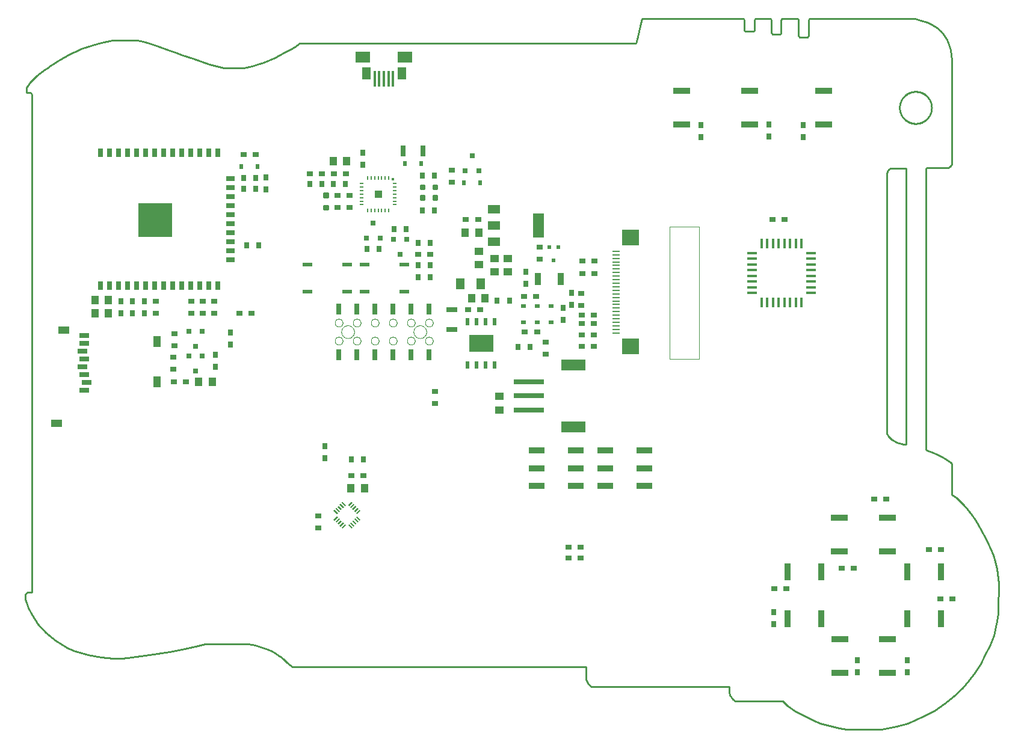
<source format=gtp>
G75*
%MOIN*%
%OFA0B0*%
%FSLAX25Y25*%
%IPPOS*%
%LPD*%
%AMOC8*
5,1,8,0,0,1.08239X$1,22.5*
%
%ADD10C,0.00000*%
%ADD11C,0.00394*%
%ADD12C,0.01000*%
%ADD13R,0.01024X0.02205*%
%ADD14R,0.03937X0.03937*%
%ADD15R,0.01181X0.01181*%
%ADD16R,0.02205X0.01024*%
%ADD17R,0.01417X0.08701*%
%ADD18R,0.07854X0.05984*%
%ADD19R,0.04646X0.07106*%
%ADD20R,0.04094X0.04882*%
%ADD21R,0.03150X0.06299*%
%ADD22R,0.01984X0.02772*%
%ADD23R,0.02520X0.02913*%
%ADD24R,0.03150X0.03543*%
%ADD25R,0.03543X0.03150*%
%ADD26R,0.02205X0.02205*%
%ADD27R,0.02772X0.01984*%
%ADD28R,0.04882X0.04094*%
%ADD29R,0.09685X0.08504*%
%ADD30R,0.04488X0.00945*%
%ADD31R,0.03780X0.06929*%
%ADD32R,0.06693X0.04724*%
%ADD33R,0.06299X0.13386*%
%ADD34R,0.04409X0.05984*%
%ADD35R,0.06378X0.04409*%
%ADD36R,0.05276X0.02520*%
%ADD37C,0.00945*%
%ADD38R,0.02835X0.04803*%
%ADD39R,0.04803X0.02835*%
%ADD40R,0.18898X0.18898*%
%ADD41R,0.06299X0.03150*%
%ADD42R,0.16929X0.03150*%
%ADD43R,0.13386X0.05906*%
%ADD44R,0.05400X0.02400*%
%ADD45R,0.02835X0.06378*%
%ADD46R,0.02394X0.04402*%
%ADD47R,0.13386X0.09449*%
%ADD48R,0.00800X0.02600*%
%ADD49R,0.05039X0.05839*%
%ADD50R,0.01600X0.05400*%
%ADD51R,0.05400X0.01600*%
%ADD52R,0.09291X0.03780*%
%ADD53R,0.03780X0.09291*%
%ADD54R,0.08898X0.03780*%
D10*
X0182105Y0257072D02*
X0182107Y0257165D01*
X0182113Y0257257D01*
X0182123Y0257349D01*
X0182137Y0257440D01*
X0182154Y0257531D01*
X0182176Y0257621D01*
X0182201Y0257710D01*
X0182230Y0257798D01*
X0182263Y0257884D01*
X0182300Y0257969D01*
X0182340Y0258053D01*
X0182384Y0258134D01*
X0182431Y0258214D01*
X0182481Y0258292D01*
X0182535Y0258367D01*
X0182592Y0258440D01*
X0182652Y0258510D01*
X0182715Y0258578D01*
X0182781Y0258643D01*
X0182849Y0258705D01*
X0182920Y0258765D01*
X0182994Y0258821D01*
X0183070Y0258874D01*
X0183148Y0258923D01*
X0183228Y0258970D01*
X0183310Y0259012D01*
X0183394Y0259052D01*
X0183479Y0259087D01*
X0183566Y0259119D01*
X0183654Y0259148D01*
X0183743Y0259172D01*
X0183833Y0259193D01*
X0183924Y0259209D01*
X0184016Y0259222D01*
X0184108Y0259231D01*
X0184201Y0259236D01*
X0184293Y0259237D01*
X0184386Y0259234D01*
X0184478Y0259227D01*
X0184570Y0259216D01*
X0184661Y0259201D01*
X0184752Y0259183D01*
X0184842Y0259160D01*
X0184930Y0259134D01*
X0185018Y0259104D01*
X0185104Y0259070D01*
X0185188Y0259033D01*
X0185271Y0258991D01*
X0185352Y0258947D01*
X0185432Y0258899D01*
X0185509Y0258848D01*
X0185583Y0258793D01*
X0185656Y0258735D01*
X0185726Y0258675D01*
X0185793Y0258611D01*
X0185857Y0258545D01*
X0185919Y0258475D01*
X0185977Y0258404D01*
X0186032Y0258330D01*
X0186084Y0258253D01*
X0186133Y0258174D01*
X0186179Y0258094D01*
X0186221Y0258011D01*
X0186259Y0257927D01*
X0186294Y0257841D01*
X0186325Y0257754D01*
X0186352Y0257666D01*
X0186375Y0257576D01*
X0186395Y0257486D01*
X0186411Y0257395D01*
X0186423Y0257303D01*
X0186431Y0257211D01*
X0186435Y0257118D01*
X0186435Y0257026D01*
X0186431Y0256933D01*
X0186423Y0256841D01*
X0186411Y0256749D01*
X0186395Y0256658D01*
X0186375Y0256568D01*
X0186352Y0256478D01*
X0186325Y0256390D01*
X0186294Y0256303D01*
X0186259Y0256217D01*
X0186221Y0256133D01*
X0186179Y0256050D01*
X0186133Y0255970D01*
X0186084Y0255891D01*
X0186032Y0255814D01*
X0185977Y0255740D01*
X0185919Y0255669D01*
X0185857Y0255599D01*
X0185793Y0255533D01*
X0185726Y0255469D01*
X0185656Y0255409D01*
X0185583Y0255351D01*
X0185509Y0255296D01*
X0185432Y0255245D01*
X0185353Y0255197D01*
X0185271Y0255153D01*
X0185188Y0255111D01*
X0185104Y0255074D01*
X0185018Y0255040D01*
X0184930Y0255010D01*
X0184842Y0254984D01*
X0184752Y0254961D01*
X0184661Y0254943D01*
X0184570Y0254928D01*
X0184478Y0254917D01*
X0184386Y0254910D01*
X0184293Y0254907D01*
X0184201Y0254908D01*
X0184108Y0254913D01*
X0184016Y0254922D01*
X0183924Y0254935D01*
X0183833Y0254951D01*
X0183743Y0254972D01*
X0183654Y0254996D01*
X0183566Y0255025D01*
X0183479Y0255057D01*
X0183394Y0255092D01*
X0183310Y0255132D01*
X0183228Y0255174D01*
X0183148Y0255221D01*
X0183070Y0255270D01*
X0182994Y0255323D01*
X0182920Y0255379D01*
X0182849Y0255439D01*
X0182781Y0255501D01*
X0182715Y0255566D01*
X0182652Y0255634D01*
X0182592Y0255704D01*
X0182535Y0255777D01*
X0182481Y0255852D01*
X0182431Y0255930D01*
X0182384Y0256010D01*
X0182340Y0256091D01*
X0182300Y0256175D01*
X0182263Y0256260D01*
X0182230Y0256346D01*
X0182201Y0256434D01*
X0182176Y0256523D01*
X0182154Y0256613D01*
X0182137Y0256704D01*
X0182123Y0256795D01*
X0182113Y0256887D01*
X0182107Y0256979D01*
X0182105Y0257072D01*
X0185727Y0262072D02*
X0185729Y0262190D01*
X0185735Y0262309D01*
X0185745Y0262427D01*
X0185759Y0262544D01*
X0185776Y0262661D01*
X0185798Y0262778D01*
X0185824Y0262893D01*
X0185853Y0263008D01*
X0185886Y0263122D01*
X0185923Y0263234D01*
X0185964Y0263345D01*
X0186008Y0263455D01*
X0186056Y0263563D01*
X0186108Y0263670D01*
X0186163Y0263775D01*
X0186222Y0263878D01*
X0186284Y0263978D01*
X0186349Y0264077D01*
X0186418Y0264174D01*
X0186489Y0264268D01*
X0186564Y0264359D01*
X0186642Y0264449D01*
X0186723Y0264535D01*
X0186807Y0264619D01*
X0186893Y0264700D01*
X0186983Y0264778D01*
X0187074Y0264853D01*
X0187168Y0264924D01*
X0187265Y0264993D01*
X0187364Y0265058D01*
X0187464Y0265120D01*
X0187567Y0265179D01*
X0187672Y0265234D01*
X0187779Y0265286D01*
X0187887Y0265334D01*
X0187997Y0265378D01*
X0188108Y0265419D01*
X0188220Y0265456D01*
X0188334Y0265489D01*
X0188449Y0265518D01*
X0188564Y0265544D01*
X0188681Y0265566D01*
X0188798Y0265583D01*
X0188915Y0265597D01*
X0189033Y0265607D01*
X0189152Y0265613D01*
X0189270Y0265615D01*
X0189388Y0265613D01*
X0189507Y0265607D01*
X0189625Y0265597D01*
X0189742Y0265583D01*
X0189859Y0265566D01*
X0189976Y0265544D01*
X0190091Y0265518D01*
X0190206Y0265489D01*
X0190320Y0265456D01*
X0190432Y0265419D01*
X0190543Y0265378D01*
X0190653Y0265334D01*
X0190761Y0265286D01*
X0190868Y0265234D01*
X0190973Y0265179D01*
X0191076Y0265120D01*
X0191176Y0265058D01*
X0191275Y0264993D01*
X0191372Y0264924D01*
X0191466Y0264853D01*
X0191557Y0264778D01*
X0191647Y0264700D01*
X0191733Y0264619D01*
X0191817Y0264535D01*
X0191898Y0264449D01*
X0191976Y0264359D01*
X0192051Y0264268D01*
X0192122Y0264174D01*
X0192191Y0264077D01*
X0192256Y0263978D01*
X0192318Y0263878D01*
X0192377Y0263775D01*
X0192432Y0263670D01*
X0192484Y0263563D01*
X0192532Y0263455D01*
X0192576Y0263345D01*
X0192617Y0263234D01*
X0192654Y0263122D01*
X0192687Y0263008D01*
X0192716Y0262893D01*
X0192742Y0262778D01*
X0192764Y0262661D01*
X0192781Y0262544D01*
X0192795Y0262427D01*
X0192805Y0262309D01*
X0192811Y0262190D01*
X0192813Y0262072D01*
X0192811Y0261954D01*
X0192805Y0261835D01*
X0192795Y0261717D01*
X0192781Y0261600D01*
X0192764Y0261483D01*
X0192742Y0261366D01*
X0192716Y0261251D01*
X0192687Y0261136D01*
X0192654Y0261022D01*
X0192617Y0260910D01*
X0192576Y0260799D01*
X0192532Y0260689D01*
X0192484Y0260581D01*
X0192432Y0260474D01*
X0192377Y0260369D01*
X0192318Y0260266D01*
X0192256Y0260166D01*
X0192191Y0260067D01*
X0192122Y0259970D01*
X0192051Y0259876D01*
X0191976Y0259785D01*
X0191898Y0259695D01*
X0191817Y0259609D01*
X0191733Y0259525D01*
X0191647Y0259444D01*
X0191557Y0259366D01*
X0191466Y0259291D01*
X0191372Y0259220D01*
X0191275Y0259151D01*
X0191176Y0259086D01*
X0191076Y0259024D01*
X0190973Y0258965D01*
X0190868Y0258910D01*
X0190761Y0258858D01*
X0190653Y0258810D01*
X0190543Y0258766D01*
X0190432Y0258725D01*
X0190320Y0258688D01*
X0190206Y0258655D01*
X0190091Y0258626D01*
X0189976Y0258600D01*
X0189859Y0258578D01*
X0189742Y0258561D01*
X0189625Y0258547D01*
X0189507Y0258537D01*
X0189388Y0258531D01*
X0189270Y0258529D01*
X0189152Y0258531D01*
X0189033Y0258537D01*
X0188915Y0258547D01*
X0188798Y0258561D01*
X0188681Y0258578D01*
X0188564Y0258600D01*
X0188449Y0258626D01*
X0188334Y0258655D01*
X0188220Y0258688D01*
X0188108Y0258725D01*
X0187997Y0258766D01*
X0187887Y0258810D01*
X0187779Y0258858D01*
X0187672Y0258910D01*
X0187567Y0258965D01*
X0187464Y0259024D01*
X0187364Y0259086D01*
X0187265Y0259151D01*
X0187168Y0259220D01*
X0187074Y0259291D01*
X0186983Y0259366D01*
X0186893Y0259444D01*
X0186807Y0259525D01*
X0186723Y0259609D01*
X0186642Y0259695D01*
X0186564Y0259785D01*
X0186489Y0259876D01*
X0186418Y0259970D01*
X0186349Y0260067D01*
X0186284Y0260166D01*
X0186222Y0260266D01*
X0186163Y0260369D01*
X0186108Y0260474D01*
X0186056Y0260581D01*
X0186008Y0260689D01*
X0185964Y0260799D01*
X0185923Y0260910D01*
X0185886Y0261022D01*
X0185853Y0261136D01*
X0185824Y0261251D01*
X0185798Y0261366D01*
X0185776Y0261483D01*
X0185759Y0261600D01*
X0185745Y0261717D01*
X0185735Y0261835D01*
X0185729Y0261954D01*
X0185727Y0262072D01*
X0182105Y0267072D02*
X0182107Y0267165D01*
X0182113Y0267257D01*
X0182123Y0267349D01*
X0182137Y0267440D01*
X0182154Y0267531D01*
X0182176Y0267621D01*
X0182201Y0267710D01*
X0182230Y0267798D01*
X0182263Y0267884D01*
X0182300Y0267969D01*
X0182340Y0268053D01*
X0182384Y0268134D01*
X0182431Y0268214D01*
X0182481Y0268292D01*
X0182535Y0268367D01*
X0182592Y0268440D01*
X0182652Y0268510D01*
X0182715Y0268578D01*
X0182781Y0268643D01*
X0182849Y0268705D01*
X0182920Y0268765D01*
X0182994Y0268821D01*
X0183070Y0268874D01*
X0183148Y0268923D01*
X0183228Y0268970D01*
X0183310Y0269012D01*
X0183394Y0269052D01*
X0183479Y0269087D01*
X0183566Y0269119D01*
X0183654Y0269148D01*
X0183743Y0269172D01*
X0183833Y0269193D01*
X0183924Y0269209D01*
X0184016Y0269222D01*
X0184108Y0269231D01*
X0184201Y0269236D01*
X0184293Y0269237D01*
X0184386Y0269234D01*
X0184478Y0269227D01*
X0184570Y0269216D01*
X0184661Y0269201D01*
X0184752Y0269183D01*
X0184842Y0269160D01*
X0184930Y0269134D01*
X0185018Y0269104D01*
X0185104Y0269070D01*
X0185188Y0269033D01*
X0185271Y0268991D01*
X0185352Y0268947D01*
X0185432Y0268899D01*
X0185509Y0268848D01*
X0185583Y0268793D01*
X0185656Y0268735D01*
X0185726Y0268675D01*
X0185793Y0268611D01*
X0185857Y0268545D01*
X0185919Y0268475D01*
X0185977Y0268404D01*
X0186032Y0268330D01*
X0186084Y0268253D01*
X0186133Y0268174D01*
X0186179Y0268094D01*
X0186221Y0268011D01*
X0186259Y0267927D01*
X0186294Y0267841D01*
X0186325Y0267754D01*
X0186352Y0267666D01*
X0186375Y0267576D01*
X0186395Y0267486D01*
X0186411Y0267395D01*
X0186423Y0267303D01*
X0186431Y0267211D01*
X0186435Y0267118D01*
X0186435Y0267026D01*
X0186431Y0266933D01*
X0186423Y0266841D01*
X0186411Y0266749D01*
X0186395Y0266658D01*
X0186375Y0266568D01*
X0186352Y0266478D01*
X0186325Y0266390D01*
X0186294Y0266303D01*
X0186259Y0266217D01*
X0186221Y0266133D01*
X0186179Y0266050D01*
X0186133Y0265970D01*
X0186084Y0265891D01*
X0186032Y0265814D01*
X0185977Y0265740D01*
X0185919Y0265669D01*
X0185857Y0265599D01*
X0185793Y0265533D01*
X0185726Y0265469D01*
X0185656Y0265409D01*
X0185583Y0265351D01*
X0185509Y0265296D01*
X0185432Y0265245D01*
X0185353Y0265197D01*
X0185271Y0265153D01*
X0185188Y0265111D01*
X0185104Y0265074D01*
X0185018Y0265040D01*
X0184930Y0265010D01*
X0184842Y0264984D01*
X0184752Y0264961D01*
X0184661Y0264943D01*
X0184570Y0264928D01*
X0184478Y0264917D01*
X0184386Y0264910D01*
X0184293Y0264907D01*
X0184201Y0264908D01*
X0184108Y0264913D01*
X0184016Y0264922D01*
X0183924Y0264935D01*
X0183833Y0264951D01*
X0183743Y0264972D01*
X0183654Y0264996D01*
X0183566Y0265025D01*
X0183479Y0265057D01*
X0183394Y0265092D01*
X0183310Y0265132D01*
X0183228Y0265174D01*
X0183148Y0265221D01*
X0183070Y0265270D01*
X0182994Y0265323D01*
X0182920Y0265379D01*
X0182849Y0265439D01*
X0182781Y0265501D01*
X0182715Y0265566D01*
X0182652Y0265634D01*
X0182592Y0265704D01*
X0182535Y0265777D01*
X0182481Y0265852D01*
X0182431Y0265930D01*
X0182384Y0266010D01*
X0182340Y0266091D01*
X0182300Y0266175D01*
X0182263Y0266260D01*
X0182230Y0266346D01*
X0182201Y0266434D01*
X0182176Y0266523D01*
X0182154Y0266613D01*
X0182137Y0266704D01*
X0182123Y0266795D01*
X0182113Y0266887D01*
X0182107Y0266979D01*
X0182105Y0267072D01*
X0192105Y0267072D02*
X0192107Y0267165D01*
X0192113Y0267257D01*
X0192123Y0267349D01*
X0192137Y0267440D01*
X0192154Y0267531D01*
X0192176Y0267621D01*
X0192201Y0267710D01*
X0192230Y0267798D01*
X0192263Y0267884D01*
X0192300Y0267969D01*
X0192340Y0268053D01*
X0192384Y0268134D01*
X0192431Y0268214D01*
X0192481Y0268292D01*
X0192535Y0268367D01*
X0192592Y0268440D01*
X0192652Y0268510D01*
X0192715Y0268578D01*
X0192781Y0268643D01*
X0192849Y0268705D01*
X0192920Y0268765D01*
X0192994Y0268821D01*
X0193070Y0268874D01*
X0193148Y0268923D01*
X0193228Y0268970D01*
X0193310Y0269012D01*
X0193394Y0269052D01*
X0193479Y0269087D01*
X0193566Y0269119D01*
X0193654Y0269148D01*
X0193743Y0269172D01*
X0193833Y0269193D01*
X0193924Y0269209D01*
X0194016Y0269222D01*
X0194108Y0269231D01*
X0194201Y0269236D01*
X0194293Y0269237D01*
X0194386Y0269234D01*
X0194478Y0269227D01*
X0194570Y0269216D01*
X0194661Y0269201D01*
X0194752Y0269183D01*
X0194842Y0269160D01*
X0194930Y0269134D01*
X0195018Y0269104D01*
X0195104Y0269070D01*
X0195188Y0269033D01*
X0195271Y0268991D01*
X0195352Y0268947D01*
X0195432Y0268899D01*
X0195509Y0268848D01*
X0195583Y0268793D01*
X0195656Y0268735D01*
X0195726Y0268675D01*
X0195793Y0268611D01*
X0195857Y0268545D01*
X0195919Y0268475D01*
X0195977Y0268404D01*
X0196032Y0268330D01*
X0196084Y0268253D01*
X0196133Y0268174D01*
X0196179Y0268094D01*
X0196221Y0268011D01*
X0196259Y0267927D01*
X0196294Y0267841D01*
X0196325Y0267754D01*
X0196352Y0267666D01*
X0196375Y0267576D01*
X0196395Y0267486D01*
X0196411Y0267395D01*
X0196423Y0267303D01*
X0196431Y0267211D01*
X0196435Y0267118D01*
X0196435Y0267026D01*
X0196431Y0266933D01*
X0196423Y0266841D01*
X0196411Y0266749D01*
X0196395Y0266658D01*
X0196375Y0266568D01*
X0196352Y0266478D01*
X0196325Y0266390D01*
X0196294Y0266303D01*
X0196259Y0266217D01*
X0196221Y0266133D01*
X0196179Y0266050D01*
X0196133Y0265970D01*
X0196084Y0265891D01*
X0196032Y0265814D01*
X0195977Y0265740D01*
X0195919Y0265669D01*
X0195857Y0265599D01*
X0195793Y0265533D01*
X0195726Y0265469D01*
X0195656Y0265409D01*
X0195583Y0265351D01*
X0195509Y0265296D01*
X0195432Y0265245D01*
X0195353Y0265197D01*
X0195271Y0265153D01*
X0195188Y0265111D01*
X0195104Y0265074D01*
X0195018Y0265040D01*
X0194930Y0265010D01*
X0194842Y0264984D01*
X0194752Y0264961D01*
X0194661Y0264943D01*
X0194570Y0264928D01*
X0194478Y0264917D01*
X0194386Y0264910D01*
X0194293Y0264907D01*
X0194201Y0264908D01*
X0194108Y0264913D01*
X0194016Y0264922D01*
X0193924Y0264935D01*
X0193833Y0264951D01*
X0193743Y0264972D01*
X0193654Y0264996D01*
X0193566Y0265025D01*
X0193479Y0265057D01*
X0193394Y0265092D01*
X0193310Y0265132D01*
X0193228Y0265174D01*
X0193148Y0265221D01*
X0193070Y0265270D01*
X0192994Y0265323D01*
X0192920Y0265379D01*
X0192849Y0265439D01*
X0192781Y0265501D01*
X0192715Y0265566D01*
X0192652Y0265634D01*
X0192592Y0265704D01*
X0192535Y0265777D01*
X0192481Y0265852D01*
X0192431Y0265930D01*
X0192384Y0266010D01*
X0192340Y0266091D01*
X0192300Y0266175D01*
X0192263Y0266260D01*
X0192230Y0266346D01*
X0192201Y0266434D01*
X0192176Y0266523D01*
X0192154Y0266613D01*
X0192137Y0266704D01*
X0192123Y0266795D01*
X0192113Y0266887D01*
X0192107Y0266979D01*
X0192105Y0267072D01*
X0192105Y0257072D02*
X0192107Y0257165D01*
X0192113Y0257257D01*
X0192123Y0257349D01*
X0192137Y0257440D01*
X0192154Y0257531D01*
X0192176Y0257621D01*
X0192201Y0257710D01*
X0192230Y0257798D01*
X0192263Y0257884D01*
X0192300Y0257969D01*
X0192340Y0258053D01*
X0192384Y0258134D01*
X0192431Y0258214D01*
X0192481Y0258292D01*
X0192535Y0258367D01*
X0192592Y0258440D01*
X0192652Y0258510D01*
X0192715Y0258578D01*
X0192781Y0258643D01*
X0192849Y0258705D01*
X0192920Y0258765D01*
X0192994Y0258821D01*
X0193070Y0258874D01*
X0193148Y0258923D01*
X0193228Y0258970D01*
X0193310Y0259012D01*
X0193394Y0259052D01*
X0193479Y0259087D01*
X0193566Y0259119D01*
X0193654Y0259148D01*
X0193743Y0259172D01*
X0193833Y0259193D01*
X0193924Y0259209D01*
X0194016Y0259222D01*
X0194108Y0259231D01*
X0194201Y0259236D01*
X0194293Y0259237D01*
X0194386Y0259234D01*
X0194478Y0259227D01*
X0194570Y0259216D01*
X0194661Y0259201D01*
X0194752Y0259183D01*
X0194842Y0259160D01*
X0194930Y0259134D01*
X0195018Y0259104D01*
X0195104Y0259070D01*
X0195188Y0259033D01*
X0195271Y0258991D01*
X0195352Y0258947D01*
X0195432Y0258899D01*
X0195509Y0258848D01*
X0195583Y0258793D01*
X0195656Y0258735D01*
X0195726Y0258675D01*
X0195793Y0258611D01*
X0195857Y0258545D01*
X0195919Y0258475D01*
X0195977Y0258404D01*
X0196032Y0258330D01*
X0196084Y0258253D01*
X0196133Y0258174D01*
X0196179Y0258094D01*
X0196221Y0258011D01*
X0196259Y0257927D01*
X0196294Y0257841D01*
X0196325Y0257754D01*
X0196352Y0257666D01*
X0196375Y0257576D01*
X0196395Y0257486D01*
X0196411Y0257395D01*
X0196423Y0257303D01*
X0196431Y0257211D01*
X0196435Y0257118D01*
X0196435Y0257026D01*
X0196431Y0256933D01*
X0196423Y0256841D01*
X0196411Y0256749D01*
X0196395Y0256658D01*
X0196375Y0256568D01*
X0196352Y0256478D01*
X0196325Y0256390D01*
X0196294Y0256303D01*
X0196259Y0256217D01*
X0196221Y0256133D01*
X0196179Y0256050D01*
X0196133Y0255970D01*
X0196084Y0255891D01*
X0196032Y0255814D01*
X0195977Y0255740D01*
X0195919Y0255669D01*
X0195857Y0255599D01*
X0195793Y0255533D01*
X0195726Y0255469D01*
X0195656Y0255409D01*
X0195583Y0255351D01*
X0195509Y0255296D01*
X0195432Y0255245D01*
X0195353Y0255197D01*
X0195271Y0255153D01*
X0195188Y0255111D01*
X0195104Y0255074D01*
X0195018Y0255040D01*
X0194930Y0255010D01*
X0194842Y0254984D01*
X0194752Y0254961D01*
X0194661Y0254943D01*
X0194570Y0254928D01*
X0194478Y0254917D01*
X0194386Y0254910D01*
X0194293Y0254907D01*
X0194201Y0254908D01*
X0194108Y0254913D01*
X0194016Y0254922D01*
X0193924Y0254935D01*
X0193833Y0254951D01*
X0193743Y0254972D01*
X0193654Y0254996D01*
X0193566Y0255025D01*
X0193479Y0255057D01*
X0193394Y0255092D01*
X0193310Y0255132D01*
X0193228Y0255174D01*
X0193148Y0255221D01*
X0193070Y0255270D01*
X0192994Y0255323D01*
X0192920Y0255379D01*
X0192849Y0255439D01*
X0192781Y0255501D01*
X0192715Y0255566D01*
X0192652Y0255634D01*
X0192592Y0255704D01*
X0192535Y0255777D01*
X0192481Y0255852D01*
X0192431Y0255930D01*
X0192384Y0256010D01*
X0192340Y0256091D01*
X0192300Y0256175D01*
X0192263Y0256260D01*
X0192230Y0256346D01*
X0192201Y0256434D01*
X0192176Y0256523D01*
X0192154Y0256613D01*
X0192137Y0256704D01*
X0192123Y0256795D01*
X0192113Y0256887D01*
X0192107Y0256979D01*
X0192105Y0257072D01*
X0202105Y0257072D02*
X0202107Y0257165D01*
X0202113Y0257257D01*
X0202123Y0257349D01*
X0202137Y0257440D01*
X0202154Y0257531D01*
X0202176Y0257621D01*
X0202201Y0257710D01*
X0202230Y0257798D01*
X0202263Y0257884D01*
X0202300Y0257969D01*
X0202340Y0258053D01*
X0202384Y0258134D01*
X0202431Y0258214D01*
X0202481Y0258292D01*
X0202535Y0258367D01*
X0202592Y0258440D01*
X0202652Y0258510D01*
X0202715Y0258578D01*
X0202781Y0258643D01*
X0202849Y0258705D01*
X0202920Y0258765D01*
X0202994Y0258821D01*
X0203070Y0258874D01*
X0203148Y0258923D01*
X0203228Y0258970D01*
X0203310Y0259012D01*
X0203394Y0259052D01*
X0203479Y0259087D01*
X0203566Y0259119D01*
X0203654Y0259148D01*
X0203743Y0259172D01*
X0203833Y0259193D01*
X0203924Y0259209D01*
X0204016Y0259222D01*
X0204108Y0259231D01*
X0204201Y0259236D01*
X0204293Y0259237D01*
X0204386Y0259234D01*
X0204478Y0259227D01*
X0204570Y0259216D01*
X0204661Y0259201D01*
X0204752Y0259183D01*
X0204842Y0259160D01*
X0204930Y0259134D01*
X0205018Y0259104D01*
X0205104Y0259070D01*
X0205188Y0259033D01*
X0205271Y0258991D01*
X0205352Y0258947D01*
X0205432Y0258899D01*
X0205509Y0258848D01*
X0205583Y0258793D01*
X0205656Y0258735D01*
X0205726Y0258675D01*
X0205793Y0258611D01*
X0205857Y0258545D01*
X0205919Y0258475D01*
X0205977Y0258404D01*
X0206032Y0258330D01*
X0206084Y0258253D01*
X0206133Y0258174D01*
X0206179Y0258094D01*
X0206221Y0258011D01*
X0206259Y0257927D01*
X0206294Y0257841D01*
X0206325Y0257754D01*
X0206352Y0257666D01*
X0206375Y0257576D01*
X0206395Y0257486D01*
X0206411Y0257395D01*
X0206423Y0257303D01*
X0206431Y0257211D01*
X0206435Y0257118D01*
X0206435Y0257026D01*
X0206431Y0256933D01*
X0206423Y0256841D01*
X0206411Y0256749D01*
X0206395Y0256658D01*
X0206375Y0256568D01*
X0206352Y0256478D01*
X0206325Y0256390D01*
X0206294Y0256303D01*
X0206259Y0256217D01*
X0206221Y0256133D01*
X0206179Y0256050D01*
X0206133Y0255970D01*
X0206084Y0255891D01*
X0206032Y0255814D01*
X0205977Y0255740D01*
X0205919Y0255669D01*
X0205857Y0255599D01*
X0205793Y0255533D01*
X0205726Y0255469D01*
X0205656Y0255409D01*
X0205583Y0255351D01*
X0205509Y0255296D01*
X0205432Y0255245D01*
X0205353Y0255197D01*
X0205271Y0255153D01*
X0205188Y0255111D01*
X0205104Y0255074D01*
X0205018Y0255040D01*
X0204930Y0255010D01*
X0204842Y0254984D01*
X0204752Y0254961D01*
X0204661Y0254943D01*
X0204570Y0254928D01*
X0204478Y0254917D01*
X0204386Y0254910D01*
X0204293Y0254907D01*
X0204201Y0254908D01*
X0204108Y0254913D01*
X0204016Y0254922D01*
X0203924Y0254935D01*
X0203833Y0254951D01*
X0203743Y0254972D01*
X0203654Y0254996D01*
X0203566Y0255025D01*
X0203479Y0255057D01*
X0203394Y0255092D01*
X0203310Y0255132D01*
X0203228Y0255174D01*
X0203148Y0255221D01*
X0203070Y0255270D01*
X0202994Y0255323D01*
X0202920Y0255379D01*
X0202849Y0255439D01*
X0202781Y0255501D01*
X0202715Y0255566D01*
X0202652Y0255634D01*
X0202592Y0255704D01*
X0202535Y0255777D01*
X0202481Y0255852D01*
X0202431Y0255930D01*
X0202384Y0256010D01*
X0202340Y0256091D01*
X0202300Y0256175D01*
X0202263Y0256260D01*
X0202230Y0256346D01*
X0202201Y0256434D01*
X0202176Y0256523D01*
X0202154Y0256613D01*
X0202137Y0256704D01*
X0202123Y0256795D01*
X0202113Y0256887D01*
X0202107Y0256979D01*
X0202105Y0257072D01*
X0202105Y0267072D02*
X0202107Y0267165D01*
X0202113Y0267257D01*
X0202123Y0267349D01*
X0202137Y0267440D01*
X0202154Y0267531D01*
X0202176Y0267621D01*
X0202201Y0267710D01*
X0202230Y0267798D01*
X0202263Y0267884D01*
X0202300Y0267969D01*
X0202340Y0268053D01*
X0202384Y0268134D01*
X0202431Y0268214D01*
X0202481Y0268292D01*
X0202535Y0268367D01*
X0202592Y0268440D01*
X0202652Y0268510D01*
X0202715Y0268578D01*
X0202781Y0268643D01*
X0202849Y0268705D01*
X0202920Y0268765D01*
X0202994Y0268821D01*
X0203070Y0268874D01*
X0203148Y0268923D01*
X0203228Y0268970D01*
X0203310Y0269012D01*
X0203394Y0269052D01*
X0203479Y0269087D01*
X0203566Y0269119D01*
X0203654Y0269148D01*
X0203743Y0269172D01*
X0203833Y0269193D01*
X0203924Y0269209D01*
X0204016Y0269222D01*
X0204108Y0269231D01*
X0204201Y0269236D01*
X0204293Y0269237D01*
X0204386Y0269234D01*
X0204478Y0269227D01*
X0204570Y0269216D01*
X0204661Y0269201D01*
X0204752Y0269183D01*
X0204842Y0269160D01*
X0204930Y0269134D01*
X0205018Y0269104D01*
X0205104Y0269070D01*
X0205188Y0269033D01*
X0205271Y0268991D01*
X0205352Y0268947D01*
X0205432Y0268899D01*
X0205509Y0268848D01*
X0205583Y0268793D01*
X0205656Y0268735D01*
X0205726Y0268675D01*
X0205793Y0268611D01*
X0205857Y0268545D01*
X0205919Y0268475D01*
X0205977Y0268404D01*
X0206032Y0268330D01*
X0206084Y0268253D01*
X0206133Y0268174D01*
X0206179Y0268094D01*
X0206221Y0268011D01*
X0206259Y0267927D01*
X0206294Y0267841D01*
X0206325Y0267754D01*
X0206352Y0267666D01*
X0206375Y0267576D01*
X0206395Y0267486D01*
X0206411Y0267395D01*
X0206423Y0267303D01*
X0206431Y0267211D01*
X0206435Y0267118D01*
X0206435Y0267026D01*
X0206431Y0266933D01*
X0206423Y0266841D01*
X0206411Y0266749D01*
X0206395Y0266658D01*
X0206375Y0266568D01*
X0206352Y0266478D01*
X0206325Y0266390D01*
X0206294Y0266303D01*
X0206259Y0266217D01*
X0206221Y0266133D01*
X0206179Y0266050D01*
X0206133Y0265970D01*
X0206084Y0265891D01*
X0206032Y0265814D01*
X0205977Y0265740D01*
X0205919Y0265669D01*
X0205857Y0265599D01*
X0205793Y0265533D01*
X0205726Y0265469D01*
X0205656Y0265409D01*
X0205583Y0265351D01*
X0205509Y0265296D01*
X0205432Y0265245D01*
X0205353Y0265197D01*
X0205271Y0265153D01*
X0205188Y0265111D01*
X0205104Y0265074D01*
X0205018Y0265040D01*
X0204930Y0265010D01*
X0204842Y0264984D01*
X0204752Y0264961D01*
X0204661Y0264943D01*
X0204570Y0264928D01*
X0204478Y0264917D01*
X0204386Y0264910D01*
X0204293Y0264907D01*
X0204201Y0264908D01*
X0204108Y0264913D01*
X0204016Y0264922D01*
X0203924Y0264935D01*
X0203833Y0264951D01*
X0203743Y0264972D01*
X0203654Y0264996D01*
X0203566Y0265025D01*
X0203479Y0265057D01*
X0203394Y0265092D01*
X0203310Y0265132D01*
X0203228Y0265174D01*
X0203148Y0265221D01*
X0203070Y0265270D01*
X0202994Y0265323D01*
X0202920Y0265379D01*
X0202849Y0265439D01*
X0202781Y0265501D01*
X0202715Y0265566D01*
X0202652Y0265634D01*
X0202592Y0265704D01*
X0202535Y0265777D01*
X0202481Y0265852D01*
X0202431Y0265930D01*
X0202384Y0266010D01*
X0202340Y0266091D01*
X0202300Y0266175D01*
X0202263Y0266260D01*
X0202230Y0266346D01*
X0202201Y0266434D01*
X0202176Y0266523D01*
X0202154Y0266613D01*
X0202137Y0266704D01*
X0202123Y0266795D01*
X0202113Y0266887D01*
X0202107Y0266979D01*
X0202105Y0267072D01*
X0212105Y0267072D02*
X0212107Y0267165D01*
X0212113Y0267257D01*
X0212123Y0267349D01*
X0212137Y0267440D01*
X0212154Y0267531D01*
X0212176Y0267621D01*
X0212201Y0267710D01*
X0212230Y0267798D01*
X0212263Y0267884D01*
X0212300Y0267969D01*
X0212340Y0268053D01*
X0212384Y0268134D01*
X0212431Y0268214D01*
X0212481Y0268292D01*
X0212535Y0268367D01*
X0212592Y0268440D01*
X0212652Y0268510D01*
X0212715Y0268578D01*
X0212781Y0268643D01*
X0212849Y0268705D01*
X0212920Y0268765D01*
X0212994Y0268821D01*
X0213070Y0268874D01*
X0213148Y0268923D01*
X0213228Y0268970D01*
X0213310Y0269012D01*
X0213394Y0269052D01*
X0213479Y0269087D01*
X0213566Y0269119D01*
X0213654Y0269148D01*
X0213743Y0269172D01*
X0213833Y0269193D01*
X0213924Y0269209D01*
X0214016Y0269222D01*
X0214108Y0269231D01*
X0214201Y0269236D01*
X0214293Y0269237D01*
X0214386Y0269234D01*
X0214478Y0269227D01*
X0214570Y0269216D01*
X0214661Y0269201D01*
X0214752Y0269183D01*
X0214842Y0269160D01*
X0214930Y0269134D01*
X0215018Y0269104D01*
X0215104Y0269070D01*
X0215188Y0269033D01*
X0215271Y0268991D01*
X0215352Y0268947D01*
X0215432Y0268899D01*
X0215509Y0268848D01*
X0215583Y0268793D01*
X0215656Y0268735D01*
X0215726Y0268675D01*
X0215793Y0268611D01*
X0215857Y0268545D01*
X0215919Y0268475D01*
X0215977Y0268404D01*
X0216032Y0268330D01*
X0216084Y0268253D01*
X0216133Y0268174D01*
X0216179Y0268094D01*
X0216221Y0268011D01*
X0216259Y0267927D01*
X0216294Y0267841D01*
X0216325Y0267754D01*
X0216352Y0267666D01*
X0216375Y0267576D01*
X0216395Y0267486D01*
X0216411Y0267395D01*
X0216423Y0267303D01*
X0216431Y0267211D01*
X0216435Y0267118D01*
X0216435Y0267026D01*
X0216431Y0266933D01*
X0216423Y0266841D01*
X0216411Y0266749D01*
X0216395Y0266658D01*
X0216375Y0266568D01*
X0216352Y0266478D01*
X0216325Y0266390D01*
X0216294Y0266303D01*
X0216259Y0266217D01*
X0216221Y0266133D01*
X0216179Y0266050D01*
X0216133Y0265970D01*
X0216084Y0265891D01*
X0216032Y0265814D01*
X0215977Y0265740D01*
X0215919Y0265669D01*
X0215857Y0265599D01*
X0215793Y0265533D01*
X0215726Y0265469D01*
X0215656Y0265409D01*
X0215583Y0265351D01*
X0215509Y0265296D01*
X0215432Y0265245D01*
X0215353Y0265197D01*
X0215271Y0265153D01*
X0215188Y0265111D01*
X0215104Y0265074D01*
X0215018Y0265040D01*
X0214930Y0265010D01*
X0214842Y0264984D01*
X0214752Y0264961D01*
X0214661Y0264943D01*
X0214570Y0264928D01*
X0214478Y0264917D01*
X0214386Y0264910D01*
X0214293Y0264907D01*
X0214201Y0264908D01*
X0214108Y0264913D01*
X0214016Y0264922D01*
X0213924Y0264935D01*
X0213833Y0264951D01*
X0213743Y0264972D01*
X0213654Y0264996D01*
X0213566Y0265025D01*
X0213479Y0265057D01*
X0213394Y0265092D01*
X0213310Y0265132D01*
X0213228Y0265174D01*
X0213148Y0265221D01*
X0213070Y0265270D01*
X0212994Y0265323D01*
X0212920Y0265379D01*
X0212849Y0265439D01*
X0212781Y0265501D01*
X0212715Y0265566D01*
X0212652Y0265634D01*
X0212592Y0265704D01*
X0212535Y0265777D01*
X0212481Y0265852D01*
X0212431Y0265930D01*
X0212384Y0266010D01*
X0212340Y0266091D01*
X0212300Y0266175D01*
X0212263Y0266260D01*
X0212230Y0266346D01*
X0212201Y0266434D01*
X0212176Y0266523D01*
X0212154Y0266613D01*
X0212137Y0266704D01*
X0212123Y0266795D01*
X0212113Y0266887D01*
X0212107Y0266979D01*
X0212105Y0267072D01*
X0212105Y0257072D02*
X0212107Y0257165D01*
X0212113Y0257257D01*
X0212123Y0257349D01*
X0212137Y0257440D01*
X0212154Y0257531D01*
X0212176Y0257621D01*
X0212201Y0257710D01*
X0212230Y0257798D01*
X0212263Y0257884D01*
X0212300Y0257969D01*
X0212340Y0258053D01*
X0212384Y0258134D01*
X0212431Y0258214D01*
X0212481Y0258292D01*
X0212535Y0258367D01*
X0212592Y0258440D01*
X0212652Y0258510D01*
X0212715Y0258578D01*
X0212781Y0258643D01*
X0212849Y0258705D01*
X0212920Y0258765D01*
X0212994Y0258821D01*
X0213070Y0258874D01*
X0213148Y0258923D01*
X0213228Y0258970D01*
X0213310Y0259012D01*
X0213394Y0259052D01*
X0213479Y0259087D01*
X0213566Y0259119D01*
X0213654Y0259148D01*
X0213743Y0259172D01*
X0213833Y0259193D01*
X0213924Y0259209D01*
X0214016Y0259222D01*
X0214108Y0259231D01*
X0214201Y0259236D01*
X0214293Y0259237D01*
X0214386Y0259234D01*
X0214478Y0259227D01*
X0214570Y0259216D01*
X0214661Y0259201D01*
X0214752Y0259183D01*
X0214842Y0259160D01*
X0214930Y0259134D01*
X0215018Y0259104D01*
X0215104Y0259070D01*
X0215188Y0259033D01*
X0215271Y0258991D01*
X0215352Y0258947D01*
X0215432Y0258899D01*
X0215509Y0258848D01*
X0215583Y0258793D01*
X0215656Y0258735D01*
X0215726Y0258675D01*
X0215793Y0258611D01*
X0215857Y0258545D01*
X0215919Y0258475D01*
X0215977Y0258404D01*
X0216032Y0258330D01*
X0216084Y0258253D01*
X0216133Y0258174D01*
X0216179Y0258094D01*
X0216221Y0258011D01*
X0216259Y0257927D01*
X0216294Y0257841D01*
X0216325Y0257754D01*
X0216352Y0257666D01*
X0216375Y0257576D01*
X0216395Y0257486D01*
X0216411Y0257395D01*
X0216423Y0257303D01*
X0216431Y0257211D01*
X0216435Y0257118D01*
X0216435Y0257026D01*
X0216431Y0256933D01*
X0216423Y0256841D01*
X0216411Y0256749D01*
X0216395Y0256658D01*
X0216375Y0256568D01*
X0216352Y0256478D01*
X0216325Y0256390D01*
X0216294Y0256303D01*
X0216259Y0256217D01*
X0216221Y0256133D01*
X0216179Y0256050D01*
X0216133Y0255970D01*
X0216084Y0255891D01*
X0216032Y0255814D01*
X0215977Y0255740D01*
X0215919Y0255669D01*
X0215857Y0255599D01*
X0215793Y0255533D01*
X0215726Y0255469D01*
X0215656Y0255409D01*
X0215583Y0255351D01*
X0215509Y0255296D01*
X0215432Y0255245D01*
X0215353Y0255197D01*
X0215271Y0255153D01*
X0215188Y0255111D01*
X0215104Y0255074D01*
X0215018Y0255040D01*
X0214930Y0255010D01*
X0214842Y0254984D01*
X0214752Y0254961D01*
X0214661Y0254943D01*
X0214570Y0254928D01*
X0214478Y0254917D01*
X0214386Y0254910D01*
X0214293Y0254907D01*
X0214201Y0254908D01*
X0214108Y0254913D01*
X0214016Y0254922D01*
X0213924Y0254935D01*
X0213833Y0254951D01*
X0213743Y0254972D01*
X0213654Y0254996D01*
X0213566Y0255025D01*
X0213479Y0255057D01*
X0213394Y0255092D01*
X0213310Y0255132D01*
X0213228Y0255174D01*
X0213148Y0255221D01*
X0213070Y0255270D01*
X0212994Y0255323D01*
X0212920Y0255379D01*
X0212849Y0255439D01*
X0212781Y0255501D01*
X0212715Y0255566D01*
X0212652Y0255634D01*
X0212592Y0255704D01*
X0212535Y0255777D01*
X0212481Y0255852D01*
X0212431Y0255930D01*
X0212384Y0256010D01*
X0212340Y0256091D01*
X0212300Y0256175D01*
X0212263Y0256260D01*
X0212230Y0256346D01*
X0212201Y0256434D01*
X0212176Y0256523D01*
X0212154Y0256613D01*
X0212137Y0256704D01*
X0212123Y0256795D01*
X0212113Y0256887D01*
X0212107Y0256979D01*
X0212105Y0257072D01*
X0222105Y0257072D02*
X0222107Y0257165D01*
X0222113Y0257257D01*
X0222123Y0257349D01*
X0222137Y0257440D01*
X0222154Y0257531D01*
X0222176Y0257621D01*
X0222201Y0257710D01*
X0222230Y0257798D01*
X0222263Y0257884D01*
X0222300Y0257969D01*
X0222340Y0258053D01*
X0222384Y0258134D01*
X0222431Y0258214D01*
X0222481Y0258292D01*
X0222535Y0258367D01*
X0222592Y0258440D01*
X0222652Y0258510D01*
X0222715Y0258578D01*
X0222781Y0258643D01*
X0222849Y0258705D01*
X0222920Y0258765D01*
X0222994Y0258821D01*
X0223070Y0258874D01*
X0223148Y0258923D01*
X0223228Y0258970D01*
X0223310Y0259012D01*
X0223394Y0259052D01*
X0223479Y0259087D01*
X0223566Y0259119D01*
X0223654Y0259148D01*
X0223743Y0259172D01*
X0223833Y0259193D01*
X0223924Y0259209D01*
X0224016Y0259222D01*
X0224108Y0259231D01*
X0224201Y0259236D01*
X0224293Y0259237D01*
X0224386Y0259234D01*
X0224478Y0259227D01*
X0224570Y0259216D01*
X0224661Y0259201D01*
X0224752Y0259183D01*
X0224842Y0259160D01*
X0224930Y0259134D01*
X0225018Y0259104D01*
X0225104Y0259070D01*
X0225188Y0259033D01*
X0225271Y0258991D01*
X0225352Y0258947D01*
X0225432Y0258899D01*
X0225509Y0258848D01*
X0225583Y0258793D01*
X0225656Y0258735D01*
X0225726Y0258675D01*
X0225793Y0258611D01*
X0225857Y0258545D01*
X0225919Y0258475D01*
X0225977Y0258404D01*
X0226032Y0258330D01*
X0226084Y0258253D01*
X0226133Y0258174D01*
X0226179Y0258094D01*
X0226221Y0258011D01*
X0226259Y0257927D01*
X0226294Y0257841D01*
X0226325Y0257754D01*
X0226352Y0257666D01*
X0226375Y0257576D01*
X0226395Y0257486D01*
X0226411Y0257395D01*
X0226423Y0257303D01*
X0226431Y0257211D01*
X0226435Y0257118D01*
X0226435Y0257026D01*
X0226431Y0256933D01*
X0226423Y0256841D01*
X0226411Y0256749D01*
X0226395Y0256658D01*
X0226375Y0256568D01*
X0226352Y0256478D01*
X0226325Y0256390D01*
X0226294Y0256303D01*
X0226259Y0256217D01*
X0226221Y0256133D01*
X0226179Y0256050D01*
X0226133Y0255970D01*
X0226084Y0255891D01*
X0226032Y0255814D01*
X0225977Y0255740D01*
X0225919Y0255669D01*
X0225857Y0255599D01*
X0225793Y0255533D01*
X0225726Y0255469D01*
X0225656Y0255409D01*
X0225583Y0255351D01*
X0225509Y0255296D01*
X0225432Y0255245D01*
X0225353Y0255197D01*
X0225271Y0255153D01*
X0225188Y0255111D01*
X0225104Y0255074D01*
X0225018Y0255040D01*
X0224930Y0255010D01*
X0224842Y0254984D01*
X0224752Y0254961D01*
X0224661Y0254943D01*
X0224570Y0254928D01*
X0224478Y0254917D01*
X0224386Y0254910D01*
X0224293Y0254907D01*
X0224201Y0254908D01*
X0224108Y0254913D01*
X0224016Y0254922D01*
X0223924Y0254935D01*
X0223833Y0254951D01*
X0223743Y0254972D01*
X0223654Y0254996D01*
X0223566Y0255025D01*
X0223479Y0255057D01*
X0223394Y0255092D01*
X0223310Y0255132D01*
X0223228Y0255174D01*
X0223148Y0255221D01*
X0223070Y0255270D01*
X0222994Y0255323D01*
X0222920Y0255379D01*
X0222849Y0255439D01*
X0222781Y0255501D01*
X0222715Y0255566D01*
X0222652Y0255634D01*
X0222592Y0255704D01*
X0222535Y0255777D01*
X0222481Y0255852D01*
X0222431Y0255930D01*
X0222384Y0256010D01*
X0222340Y0256091D01*
X0222300Y0256175D01*
X0222263Y0256260D01*
X0222230Y0256346D01*
X0222201Y0256434D01*
X0222176Y0256523D01*
X0222154Y0256613D01*
X0222137Y0256704D01*
X0222123Y0256795D01*
X0222113Y0256887D01*
X0222107Y0256979D01*
X0222105Y0257072D01*
X0225727Y0262072D02*
X0225729Y0262190D01*
X0225735Y0262309D01*
X0225745Y0262427D01*
X0225759Y0262544D01*
X0225776Y0262661D01*
X0225798Y0262778D01*
X0225824Y0262893D01*
X0225853Y0263008D01*
X0225886Y0263122D01*
X0225923Y0263234D01*
X0225964Y0263345D01*
X0226008Y0263455D01*
X0226056Y0263563D01*
X0226108Y0263670D01*
X0226163Y0263775D01*
X0226222Y0263878D01*
X0226284Y0263978D01*
X0226349Y0264077D01*
X0226418Y0264174D01*
X0226489Y0264268D01*
X0226564Y0264359D01*
X0226642Y0264449D01*
X0226723Y0264535D01*
X0226807Y0264619D01*
X0226893Y0264700D01*
X0226983Y0264778D01*
X0227074Y0264853D01*
X0227168Y0264924D01*
X0227265Y0264993D01*
X0227364Y0265058D01*
X0227464Y0265120D01*
X0227567Y0265179D01*
X0227672Y0265234D01*
X0227779Y0265286D01*
X0227887Y0265334D01*
X0227997Y0265378D01*
X0228108Y0265419D01*
X0228220Y0265456D01*
X0228334Y0265489D01*
X0228449Y0265518D01*
X0228564Y0265544D01*
X0228681Y0265566D01*
X0228798Y0265583D01*
X0228915Y0265597D01*
X0229033Y0265607D01*
X0229152Y0265613D01*
X0229270Y0265615D01*
X0229388Y0265613D01*
X0229507Y0265607D01*
X0229625Y0265597D01*
X0229742Y0265583D01*
X0229859Y0265566D01*
X0229976Y0265544D01*
X0230091Y0265518D01*
X0230206Y0265489D01*
X0230320Y0265456D01*
X0230432Y0265419D01*
X0230543Y0265378D01*
X0230653Y0265334D01*
X0230761Y0265286D01*
X0230868Y0265234D01*
X0230973Y0265179D01*
X0231076Y0265120D01*
X0231176Y0265058D01*
X0231275Y0264993D01*
X0231372Y0264924D01*
X0231466Y0264853D01*
X0231557Y0264778D01*
X0231647Y0264700D01*
X0231733Y0264619D01*
X0231817Y0264535D01*
X0231898Y0264449D01*
X0231976Y0264359D01*
X0232051Y0264268D01*
X0232122Y0264174D01*
X0232191Y0264077D01*
X0232256Y0263978D01*
X0232318Y0263878D01*
X0232377Y0263775D01*
X0232432Y0263670D01*
X0232484Y0263563D01*
X0232532Y0263455D01*
X0232576Y0263345D01*
X0232617Y0263234D01*
X0232654Y0263122D01*
X0232687Y0263008D01*
X0232716Y0262893D01*
X0232742Y0262778D01*
X0232764Y0262661D01*
X0232781Y0262544D01*
X0232795Y0262427D01*
X0232805Y0262309D01*
X0232811Y0262190D01*
X0232813Y0262072D01*
X0232811Y0261954D01*
X0232805Y0261835D01*
X0232795Y0261717D01*
X0232781Y0261600D01*
X0232764Y0261483D01*
X0232742Y0261366D01*
X0232716Y0261251D01*
X0232687Y0261136D01*
X0232654Y0261022D01*
X0232617Y0260910D01*
X0232576Y0260799D01*
X0232532Y0260689D01*
X0232484Y0260581D01*
X0232432Y0260474D01*
X0232377Y0260369D01*
X0232318Y0260266D01*
X0232256Y0260166D01*
X0232191Y0260067D01*
X0232122Y0259970D01*
X0232051Y0259876D01*
X0231976Y0259785D01*
X0231898Y0259695D01*
X0231817Y0259609D01*
X0231733Y0259525D01*
X0231647Y0259444D01*
X0231557Y0259366D01*
X0231466Y0259291D01*
X0231372Y0259220D01*
X0231275Y0259151D01*
X0231176Y0259086D01*
X0231076Y0259024D01*
X0230973Y0258965D01*
X0230868Y0258910D01*
X0230761Y0258858D01*
X0230653Y0258810D01*
X0230543Y0258766D01*
X0230432Y0258725D01*
X0230320Y0258688D01*
X0230206Y0258655D01*
X0230091Y0258626D01*
X0229976Y0258600D01*
X0229859Y0258578D01*
X0229742Y0258561D01*
X0229625Y0258547D01*
X0229507Y0258537D01*
X0229388Y0258531D01*
X0229270Y0258529D01*
X0229152Y0258531D01*
X0229033Y0258537D01*
X0228915Y0258547D01*
X0228798Y0258561D01*
X0228681Y0258578D01*
X0228564Y0258600D01*
X0228449Y0258626D01*
X0228334Y0258655D01*
X0228220Y0258688D01*
X0228108Y0258725D01*
X0227997Y0258766D01*
X0227887Y0258810D01*
X0227779Y0258858D01*
X0227672Y0258910D01*
X0227567Y0258965D01*
X0227464Y0259024D01*
X0227364Y0259086D01*
X0227265Y0259151D01*
X0227168Y0259220D01*
X0227074Y0259291D01*
X0226983Y0259366D01*
X0226893Y0259444D01*
X0226807Y0259525D01*
X0226723Y0259609D01*
X0226642Y0259695D01*
X0226564Y0259785D01*
X0226489Y0259876D01*
X0226418Y0259970D01*
X0226349Y0260067D01*
X0226284Y0260166D01*
X0226222Y0260266D01*
X0226163Y0260369D01*
X0226108Y0260474D01*
X0226056Y0260581D01*
X0226008Y0260689D01*
X0225964Y0260799D01*
X0225923Y0260910D01*
X0225886Y0261022D01*
X0225853Y0261136D01*
X0225824Y0261251D01*
X0225798Y0261366D01*
X0225776Y0261483D01*
X0225759Y0261600D01*
X0225745Y0261717D01*
X0225735Y0261835D01*
X0225729Y0261954D01*
X0225727Y0262072D01*
X0222105Y0267072D02*
X0222107Y0267165D01*
X0222113Y0267257D01*
X0222123Y0267349D01*
X0222137Y0267440D01*
X0222154Y0267531D01*
X0222176Y0267621D01*
X0222201Y0267710D01*
X0222230Y0267798D01*
X0222263Y0267884D01*
X0222300Y0267969D01*
X0222340Y0268053D01*
X0222384Y0268134D01*
X0222431Y0268214D01*
X0222481Y0268292D01*
X0222535Y0268367D01*
X0222592Y0268440D01*
X0222652Y0268510D01*
X0222715Y0268578D01*
X0222781Y0268643D01*
X0222849Y0268705D01*
X0222920Y0268765D01*
X0222994Y0268821D01*
X0223070Y0268874D01*
X0223148Y0268923D01*
X0223228Y0268970D01*
X0223310Y0269012D01*
X0223394Y0269052D01*
X0223479Y0269087D01*
X0223566Y0269119D01*
X0223654Y0269148D01*
X0223743Y0269172D01*
X0223833Y0269193D01*
X0223924Y0269209D01*
X0224016Y0269222D01*
X0224108Y0269231D01*
X0224201Y0269236D01*
X0224293Y0269237D01*
X0224386Y0269234D01*
X0224478Y0269227D01*
X0224570Y0269216D01*
X0224661Y0269201D01*
X0224752Y0269183D01*
X0224842Y0269160D01*
X0224930Y0269134D01*
X0225018Y0269104D01*
X0225104Y0269070D01*
X0225188Y0269033D01*
X0225271Y0268991D01*
X0225352Y0268947D01*
X0225432Y0268899D01*
X0225509Y0268848D01*
X0225583Y0268793D01*
X0225656Y0268735D01*
X0225726Y0268675D01*
X0225793Y0268611D01*
X0225857Y0268545D01*
X0225919Y0268475D01*
X0225977Y0268404D01*
X0226032Y0268330D01*
X0226084Y0268253D01*
X0226133Y0268174D01*
X0226179Y0268094D01*
X0226221Y0268011D01*
X0226259Y0267927D01*
X0226294Y0267841D01*
X0226325Y0267754D01*
X0226352Y0267666D01*
X0226375Y0267576D01*
X0226395Y0267486D01*
X0226411Y0267395D01*
X0226423Y0267303D01*
X0226431Y0267211D01*
X0226435Y0267118D01*
X0226435Y0267026D01*
X0226431Y0266933D01*
X0226423Y0266841D01*
X0226411Y0266749D01*
X0226395Y0266658D01*
X0226375Y0266568D01*
X0226352Y0266478D01*
X0226325Y0266390D01*
X0226294Y0266303D01*
X0226259Y0266217D01*
X0226221Y0266133D01*
X0226179Y0266050D01*
X0226133Y0265970D01*
X0226084Y0265891D01*
X0226032Y0265814D01*
X0225977Y0265740D01*
X0225919Y0265669D01*
X0225857Y0265599D01*
X0225793Y0265533D01*
X0225726Y0265469D01*
X0225656Y0265409D01*
X0225583Y0265351D01*
X0225509Y0265296D01*
X0225432Y0265245D01*
X0225353Y0265197D01*
X0225271Y0265153D01*
X0225188Y0265111D01*
X0225104Y0265074D01*
X0225018Y0265040D01*
X0224930Y0265010D01*
X0224842Y0264984D01*
X0224752Y0264961D01*
X0224661Y0264943D01*
X0224570Y0264928D01*
X0224478Y0264917D01*
X0224386Y0264910D01*
X0224293Y0264907D01*
X0224201Y0264908D01*
X0224108Y0264913D01*
X0224016Y0264922D01*
X0223924Y0264935D01*
X0223833Y0264951D01*
X0223743Y0264972D01*
X0223654Y0264996D01*
X0223566Y0265025D01*
X0223479Y0265057D01*
X0223394Y0265092D01*
X0223310Y0265132D01*
X0223228Y0265174D01*
X0223148Y0265221D01*
X0223070Y0265270D01*
X0222994Y0265323D01*
X0222920Y0265379D01*
X0222849Y0265439D01*
X0222781Y0265501D01*
X0222715Y0265566D01*
X0222652Y0265634D01*
X0222592Y0265704D01*
X0222535Y0265777D01*
X0222481Y0265852D01*
X0222431Y0265930D01*
X0222384Y0266010D01*
X0222340Y0266091D01*
X0222300Y0266175D01*
X0222263Y0266260D01*
X0222230Y0266346D01*
X0222201Y0266434D01*
X0222176Y0266523D01*
X0222154Y0266613D01*
X0222137Y0266704D01*
X0222123Y0266795D01*
X0222113Y0266887D01*
X0222107Y0266979D01*
X0222105Y0267072D01*
X0232105Y0267072D02*
X0232107Y0267165D01*
X0232113Y0267257D01*
X0232123Y0267349D01*
X0232137Y0267440D01*
X0232154Y0267531D01*
X0232176Y0267621D01*
X0232201Y0267710D01*
X0232230Y0267798D01*
X0232263Y0267884D01*
X0232300Y0267969D01*
X0232340Y0268053D01*
X0232384Y0268134D01*
X0232431Y0268214D01*
X0232481Y0268292D01*
X0232535Y0268367D01*
X0232592Y0268440D01*
X0232652Y0268510D01*
X0232715Y0268578D01*
X0232781Y0268643D01*
X0232849Y0268705D01*
X0232920Y0268765D01*
X0232994Y0268821D01*
X0233070Y0268874D01*
X0233148Y0268923D01*
X0233228Y0268970D01*
X0233310Y0269012D01*
X0233394Y0269052D01*
X0233479Y0269087D01*
X0233566Y0269119D01*
X0233654Y0269148D01*
X0233743Y0269172D01*
X0233833Y0269193D01*
X0233924Y0269209D01*
X0234016Y0269222D01*
X0234108Y0269231D01*
X0234201Y0269236D01*
X0234293Y0269237D01*
X0234386Y0269234D01*
X0234478Y0269227D01*
X0234570Y0269216D01*
X0234661Y0269201D01*
X0234752Y0269183D01*
X0234842Y0269160D01*
X0234930Y0269134D01*
X0235018Y0269104D01*
X0235104Y0269070D01*
X0235188Y0269033D01*
X0235271Y0268991D01*
X0235352Y0268947D01*
X0235432Y0268899D01*
X0235509Y0268848D01*
X0235583Y0268793D01*
X0235656Y0268735D01*
X0235726Y0268675D01*
X0235793Y0268611D01*
X0235857Y0268545D01*
X0235919Y0268475D01*
X0235977Y0268404D01*
X0236032Y0268330D01*
X0236084Y0268253D01*
X0236133Y0268174D01*
X0236179Y0268094D01*
X0236221Y0268011D01*
X0236259Y0267927D01*
X0236294Y0267841D01*
X0236325Y0267754D01*
X0236352Y0267666D01*
X0236375Y0267576D01*
X0236395Y0267486D01*
X0236411Y0267395D01*
X0236423Y0267303D01*
X0236431Y0267211D01*
X0236435Y0267118D01*
X0236435Y0267026D01*
X0236431Y0266933D01*
X0236423Y0266841D01*
X0236411Y0266749D01*
X0236395Y0266658D01*
X0236375Y0266568D01*
X0236352Y0266478D01*
X0236325Y0266390D01*
X0236294Y0266303D01*
X0236259Y0266217D01*
X0236221Y0266133D01*
X0236179Y0266050D01*
X0236133Y0265970D01*
X0236084Y0265891D01*
X0236032Y0265814D01*
X0235977Y0265740D01*
X0235919Y0265669D01*
X0235857Y0265599D01*
X0235793Y0265533D01*
X0235726Y0265469D01*
X0235656Y0265409D01*
X0235583Y0265351D01*
X0235509Y0265296D01*
X0235432Y0265245D01*
X0235353Y0265197D01*
X0235271Y0265153D01*
X0235188Y0265111D01*
X0235104Y0265074D01*
X0235018Y0265040D01*
X0234930Y0265010D01*
X0234842Y0264984D01*
X0234752Y0264961D01*
X0234661Y0264943D01*
X0234570Y0264928D01*
X0234478Y0264917D01*
X0234386Y0264910D01*
X0234293Y0264907D01*
X0234201Y0264908D01*
X0234108Y0264913D01*
X0234016Y0264922D01*
X0233924Y0264935D01*
X0233833Y0264951D01*
X0233743Y0264972D01*
X0233654Y0264996D01*
X0233566Y0265025D01*
X0233479Y0265057D01*
X0233394Y0265092D01*
X0233310Y0265132D01*
X0233228Y0265174D01*
X0233148Y0265221D01*
X0233070Y0265270D01*
X0232994Y0265323D01*
X0232920Y0265379D01*
X0232849Y0265439D01*
X0232781Y0265501D01*
X0232715Y0265566D01*
X0232652Y0265634D01*
X0232592Y0265704D01*
X0232535Y0265777D01*
X0232481Y0265852D01*
X0232431Y0265930D01*
X0232384Y0266010D01*
X0232340Y0266091D01*
X0232300Y0266175D01*
X0232263Y0266260D01*
X0232230Y0266346D01*
X0232201Y0266434D01*
X0232176Y0266523D01*
X0232154Y0266613D01*
X0232137Y0266704D01*
X0232123Y0266795D01*
X0232113Y0266887D01*
X0232107Y0266979D01*
X0232105Y0267072D01*
X0232105Y0257072D02*
X0232107Y0257165D01*
X0232113Y0257257D01*
X0232123Y0257349D01*
X0232137Y0257440D01*
X0232154Y0257531D01*
X0232176Y0257621D01*
X0232201Y0257710D01*
X0232230Y0257798D01*
X0232263Y0257884D01*
X0232300Y0257969D01*
X0232340Y0258053D01*
X0232384Y0258134D01*
X0232431Y0258214D01*
X0232481Y0258292D01*
X0232535Y0258367D01*
X0232592Y0258440D01*
X0232652Y0258510D01*
X0232715Y0258578D01*
X0232781Y0258643D01*
X0232849Y0258705D01*
X0232920Y0258765D01*
X0232994Y0258821D01*
X0233070Y0258874D01*
X0233148Y0258923D01*
X0233228Y0258970D01*
X0233310Y0259012D01*
X0233394Y0259052D01*
X0233479Y0259087D01*
X0233566Y0259119D01*
X0233654Y0259148D01*
X0233743Y0259172D01*
X0233833Y0259193D01*
X0233924Y0259209D01*
X0234016Y0259222D01*
X0234108Y0259231D01*
X0234201Y0259236D01*
X0234293Y0259237D01*
X0234386Y0259234D01*
X0234478Y0259227D01*
X0234570Y0259216D01*
X0234661Y0259201D01*
X0234752Y0259183D01*
X0234842Y0259160D01*
X0234930Y0259134D01*
X0235018Y0259104D01*
X0235104Y0259070D01*
X0235188Y0259033D01*
X0235271Y0258991D01*
X0235352Y0258947D01*
X0235432Y0258899D01*
X0235509Y0258848D01*
X0235583Y0258793D01*
X0235656Y0258735D01*
X0235726Y0258675D01*
X0235793Y0258611D01*
X0235857Y0258545D01*
X0235919Y0258475D01*
X0235977Y0258404D01*
X0236032Y0258330D01*
X0236084Y0258253D01*
X0236133Y0258174D01*
X0236179Y0258094D01*
X0236221Y0258011D01*
X0236259Y0257927D01*
X0236294Y0257841D01*
X0236325Y0257754D01*
X0236352Y0257666D01*
X0236375Y0257576D01*
X0236395Y0257486D01*
X0236411Y0257395D01*
X0236423Y0257303D01*
X0236431Y0257211D01*
X0236435Y0257118D01*
X0236435Y0257026D01*
X0236431Y0256933D01*
X0236423Y0256841D01*
X0236411Y0256749D01*
X0236395Y0256658D01*
X0236375Y0256568D01*
X0236352Y0256478D01*
X0236325Y0256390D01*
X0236294Y0256303D01*
X0236259Y0256217D01*
X0236221Y0256133D01*
X0236179Y0256050D01*
X0236133Y0255970D01*
X0236084Y0255891D01*
X0236032Y0255814D01*
X0235977Y0255740D01*
X0235919Y0255669D01*
X0235857Y0255599D01*
X0235793Y0255533D01*
X0235726Y0255469D01*
X0235656Y0255409D01*
X0235583Y0255351D01*
X0235509Y0255296D01*
X0235432Y0255245D01*
X0235353Y0255197D01*
X0235271Y0255153D01*
X0235188Y0255111D01*
X0235104Y0255074D01*
X0235018Y0255040D01*
X0234930Y0255010D01*
X0234842Y0254984D01*
X0234752Y0254961D01*
X0234661Y0254943D01*
X0234570Y0254928D01*
X0234478Y0254917D01*
X0234386Y0254910D01*
X0234293Y0254907D01*
X0234201Y0254908D01*
X0234108Y0254913D01*
X0234016Y0254922D01*
X0233924Y0254935D01*
X0233833Y0254951D01*
X0233743Y0254972D01*
X0233654Y0254996D01*
X0233566Y0255025D01*
X0233479Y0255057D01*
X0233394Y0255092D01*
X0233310Y0255132D01*
X0233228Y0255174D01*
X0233148Y0255221D01*
X0233070Y0255270D01*
X0232994Y0255323D01*
X0232920Y0255379D01*
X0232849Y0255439D01*
X0232781Y0255501D01*
X0232715Y0255566D01*
X0232652Y0255634D01*
X0232592Y0255704D01*
X0232535Y0255777D01*
X0232481Y0255852D01*
X0232431Y0255930D01*
X0232384Y0256010D01*
X0232340Y0256091D01*
X0232300Y0256175D01*
X0232263Y0256260D01*
X0232230Y0256346D01*
X0232201Y0256434D01*
X0232176Y0256523D01*
X0232154Y0256613D01*
X0232137Y0256704D01*
X0232123Y0256795D01*
X0232113Y0256887D01*
X0232107Y0256979D01*
X0232105Y0257072D01*
X0367538Y0315615D02*
X0367538Y0320339D01*
D11*
X0367538Y0247111D01*
X0384073Y0247111D01*
X0384073Y0320339D01*
X0367538Y0320339D01*
D12*
X0045260Y0083074D02*
X0037261Y0085407D01*
X0033595Y0087074D01*
X0027262Y0091073D01*
X0021929Y0095406D01*
X0017596Y0100072D01*
X0014263Y0105405D01*
X0012263Y0109071D01*
X0011264Y0112071D01*
X0010597Y0113738D01*
X0010597Y0116737D01*
X0011930Y0117737D01*
X0014263Y0117737D01*
X0014263Y0393710D01*
X0013930Y0394043D01*
X0013928Y0394093D01*
X0013923Y0394142D01*
X0013913Y0394191D01*
X0013900Y0394240D01*
X0013884Y0394287D01*
X0013864Y0394332D01*
X0013841Y0394377D01*
X0013814Y0394419D01*
X0013784Y0394459D01*
X0013752Y0394497D01*
X0013717Y0394532D01*
X0013679Y0394564D01*
X0013639Y0394594D01*
X0013597Y0394621D01*
X0013552Y0394644D01*
X0013507Y0394664D01*
X0013460Y0394680D01*
X0013411Y0394693D01*
X0013362Y0394703D01*
X0013313Y0394708D01*
X0013263Y0394710D01*
X0013263Y0394709D02*
X0011597Y0394709D01*
X0011597Y0394710D02*
X0011562Y0394712D01*
X0011528Y0394717D01*
X0011494Y0394726D01*
X0011462Y0394739D01*
X0011431Y0394755D01*
X0011401Y0394774D01*
X0011374Y0394796D01*
X0011350Y0394820D01*
X0011328Y0394847D01*
X0011309Y0394877D01*
X0011293Y0394908D01*
X0011280Y0394940D01*
X0011271Y0394974D01*
X0011266Y0395008D01*
X0011264Y0395043D01*
X0011264Y0397376D01*
X0011266Y0397411D01*
X0011271Y0397445D01*
X0011280Y0397479D01*
X0011293Y0397511D01*
X0011309Y0397543D01*
X0011328Y0397572D01*
X0011350Y0397599D01*
X0011374Y0397623D01*
X0011401Y0397645D01*
X0011431Y0397664D01*
X0011462Y0397680D01*
X0011494Y0397693D01*
X0011528Y0397702D01*
X0011562Y0397707D01*
X0011597Y0397709D01*
X0011597Y0398042D01*
X0011599Y0398077D01*
X0011604Y0398111D01*
X0011613Y0398145D01*
X0011626Y0398177D01*
X0011642Y0398209D01*
X0011661Y0398238D01*
X0011683Y0398265D01*
X0011707Y0398289D01*
X0011734Y0398311D01*
X0011764Y0398330D01*
X0011795Y0398346D01*
X0011827Y0398359D01*
X0011861Y0398368D01*
X0011895Y0398373D01*
X0011930Y0398375D01*
X0011930Y0398376D02*
X0013263Y0400376D01*
X0014263Y0401375D01*
X0016930Y0404042D01*
X0018596Y0405375D01*
X0019929Y0406375D01*
X0021263Y0407375D01*
X0022929Y0408375D01*
X0024596Y0409708D01*
X0026262Y0410708D01*
X0028262Y0412041D01*
X0029928Y0413041D01*
X0032261Y0414374D01*
X0034595Y0415707D01*
X0036594Y0416707D01*
X0038927Y0417707D01*
X0041594Y0419040D01*
X0047927Y0421040D01*
X0052593Y0422373D01*
X0058925Y0423707D01*
X0072591Y0423707D01*
X0075924Y0423040D01*
X0079257Y0422040D01*
X0083256Y0420707D01*
X0086923Y0419374D01*
X0090589Y0418040D01*
X0093589Y0417041D01*
X0097922Y0415374D01*
X0103254Y0413708D01*
X0107921Y0412041D01*
X0112587Y0410375D01*
X0120586Y0408375D01*
X0131585Y0408375D01*
X0136251Y0409375D01*
X0139251Y0410375D01*
X0142584Y0411374D01*
X0148916Y0414041D01*
X0151250Y0415374D01*
X0154249Y0417041D01*
X0157582Y0418707D01*
X0159915Y0420040D01*
X0161249Y0421040D01*
X0162582Y0422040D01*
X0348896Y0422040D01*
X0349563Y0424373D01*
X0349896Y0425706D01*
X0350563Y0428706D01*
X0351230Y0431706D01*
X0351563Y0433039D01*
X0351896Y0434372D01*
X0352229Y0435705D01*
X0408557Y0435705D01*
X0408890Y0434705D01*
X0408890Y0429039D01*
X0409557Y0428706D01*
X0413890Y0428706D01*
X0414557Y0429039D01*
X0414557Y0434705D01*
X0414890Y0435705D01*
X0423556Y0435705D01*
X0423889Y0434705D01*
X0423889Y0428039D01*
X0424556Y0427040D01*
X0428555Y0427040D01*
X0429222Y0427373D01*
X0429222Y0435039D01*
X0429888Y0435705D01*
X0438554Y0435705D01*
X0438887Y0435039D01*
X0438887Y0426373D01*
X0439554Y0425373D01*
X0443887Y0425373D01*
X0444554Y0426373D01*
X0444554Y0434705D01*
X0444887Y0435705D01*
X0503548Y0435705D01*
X0506547Y0434705D01*
X0510214Y0433706D01*
X0512880Y0432372D01*
X0515546Y0430706D01*
X0517880Y0428706D01*
X0519213Y0427040D01*
X0521213Y0424040D01*
X0522212Y0421373D01*
X0523212Y0418374D01*
X0523879Y0412708D01*
X0523879Y0355047D01*
X0523546Y0354380D01*
X0522879Y0353714D01*
X0521879Y0353047D01*
X0509880Y0353047D01*
X0509547Y0352380D01*
X0509547Y0196729D01*
X0510880Y0196063D01*
X0512880Y0195396D01*
X0515880Y0194063D01*
X0518546Y0192730D01*
X0520213Y0191730D01*
X0523212Y0189730D01*
X0523879Y0189063D01*
X0523879Y0171732D01*
X0524546Y0171398D01*
X0525545Y0170732D01*
X0526545Y0170065D01*
X0528212Y0168399D01*
X0530545Y0166066D01*
X0532545Y0163733D01*
X0534878Y0160733D01*
X0536544Y0158400D01*
X0538211Y0155733D01*
X0540544Y0151400D01*
X0542210Y0148401D01*
X0543877Y0145068D01*
X0545210Y0142068D01*
X0546877Y0138402D01*
X0547877Y0134735D01*
X0548876Y0130736D01*
X0549543Y0125403D01*
X0549876Y0122737D01*
X0549543Y0107738D01*
X0549543Y0106072D01*
X0548876Y0101739D01*
X0548210Y0098739D01*
X0547210Y0093740D01*
X0544877Y0088073D01*
X0542210Y0083074D01*
X0539877Y0078074D01*
X0536544Y0073075D01*
X0533211Y0068742D01*
X0529878Y0064742D01*
X0524879Y0060076D01*
X0519879Y0056077D01*
X0514213Y0052077D01*
X0508214Y0049077D01*
X0499548Y0045078D01*
X0493215Y0043411D01*
X0484883Y0041745D01*
X0465551Y0041745D01*
X0461552Y0042411D01*
X0457552Y0043411D01*
X0450886Y0045078D01*
X0447220Y0046744D01*
X0443887Y0048411D01*
X0437221Y0051744D01*
X0432888Y0054743D01*
X0430222Y0057410D01*
X0403891Y0057410D01*
X0402558Y0058410D01*
X0400891Y0060743D01*
X0400558Y0062409D01*
X0400558Y0065409D01*
X0324232Y0065409D01*
X0322566Y0066742D01*
X0321233Y0069409D01*
X0321233Y0076408D01*
X0158582Y0076408D01*
X0157249Y0077408D01*
X0155582Y0078741D01*
X0153583Y0080741D01*
X0151916Y0082074D01*
X0151250Y0082407D01*
X0148916Y0084074D01*
X0147250Y0085074D01*
X0144917Y0086074D01*
X0140917Y0087407D01*
X0137918Y0088407D01*
X0134251Y0089073D01*
X0110254Y0089073D01*
X0104921Y0087740D01*
X0097255Y0086074D01*
X0090589Y0084740D01*
X0079257Y0083074D01*
X0067258Y0081407D01*
X0063925Y0081074D01*
X0059259Y0081074D01*
X0052593Y0081741D01*
X0045260Y0083074D01*
X0487883Y0205728D02*
X0488882Y0204062D01*
X0490549Y0202395D01*
X0493549Y0200729D01*
X0495882Y0200062D01*
X0497215Y0199729D01*
X0498548Y0199729D01*
X0498548Y0352714D01*
X0489882Y0352714D01*
X0488882Y0352047D01*
X0488216Y0351047D01*
X0487883Y0349714D01*
X0487883Y0205728D01*
X0495006Y0386377D02*
X0495009Y0386595D01*
X0495017Y0386812D01*
X0495030Y0387030D01*
X0495049Y0387247D01*
X0495073Y0387463D01*
X0495102Y0387679D01*
X0495137Y0387894D01*
X0495177Y0388108D01*
X0495222Y0388322D01*
X0495272Y0388533D01*
X0495327Y0388744D01*
X0495388Y0388953D01*
X0495454Y0389161D01*
X0495525Y0389367D01*
X0495601Y0389571D01*
X0495682Y0389773D01*
X0495767Y0389974D01*
X0495858Y0390172D01*
X0495954Y0390367D01*
X0496054Y0390561D01*
X0496159Y0390751D01*
X0496269Y0390940D01*
X0496383Y0391125D01*
X0496502Y0391308D01*
X0496625Y0391487D01*
X0496753Y0391664D01*
X0496884Y0391837D01*
X0497021Y0392007D01*
X0497161Y0392174D01*
X0497305Y0392337D01*
X0497453Y0392497D01*
X0497605Y0392653D01*
X0497761Y0392805D01*
X0497921Y0392953D01*
X0498084Y0393097D01*
X0498251Y0393237D01*
X0498421Y0393374D01*
X0498594Y0393505D01*
X0498771Y0393633D01*
X0498950Y0393756D01*
X0499133Y0393875D01*
X0499318Y0393989D01*
X0499507Y0394099D01*
X0499697Y0394204D01*
X0499891Y0394304D01*
X0500086Y0394400D01*
X0500284Y0394491D01*
X0500485Y0394576D01*
X0500687Y0394657D01*
X0500891Y0394733D01*
X0501097Y0394804D01*
X0501305Y0394870D01*
X0501514Y0394931D01*
X0501725Y0394986D01*
X0501936Y0395036D01*
X0502150Y0395081D01*
X0502364Y0395121D01*
X0502579Y0395156D01*
X0502795Y0395185D01*
X0503011Y0395209D01*
X0503228Y0395228D01*
X0503446Y0395241D01*
X0503663Y0395249D01*
X0503881Y0395252D01*
X0504099Y0395249D01*
X0504316Y0395241D01*
X0504534Y0395228D01*
X0504751Y0395209D01*
X0504967Y0395185D01*
X0505183Y0395156D01*
X0505398Y0395121D01*
X0505612Y0395081D01*
X0505826Y0395036D01*
X0506037Y0394986D01*
X0506248Y0394931D01*
X0506457Y0394870D01*
X0506665Y0394804D01*
X0506871Y0394733D01*
X0507075Y0394657D01*
X0507277Y0394576D01*
X0507478Y0394491D01*
X0507676Y0394400D01*
X0507871Y0394304D01*
X0508065Y0394204D01*
X0508255Y0394099D01*
X0508444Y0393989D01*
X0508629Y0393875D01*
X0508812Y0393756D01*
X0508991Y0393633D01*
X0509168Y0393505D01*
X0509341Y0393374D01*
X0509511Y0393237D01*
X0509678Y0393097D01*
X0509841Y0392953D01*
X0510001Y0392805D01*
X0510157Y0392653D01*
X0510309Y0392497D01*
X0510457Y0392337D01*
X0510601Y0392174D01*
X0510741Y0392007D01*
X0510878Y0391837D01*
X0511009Y0391664D01*
X0511137Y0391487D01*
X0511260Y0391308D01*
X0511379Y0391125D01*
X0511493Y0390940D01*
X0511603Y0390751D01*
X0511708Y0390561D01*
X0511808Y0390367D01*
X0511904Y0390172D01*
X0511995Y0389974D01*
X0512080Y0389773D01*
X0512161Y0389571D01*
X0512237Y0389367D01*
X0512308Y0389161D01*
X0512374Y0388953D01*
X0512435Y0388744D01*
X0512490Y0388533D01*
X0512540Y0388322D01*
X0512585Y0388108D01*
X0512625Y0387894D01*
X0512660Y0387679D01*
X0512689Y0387463D01*
X0512713Y0387247D01*
X0512732Y0387030D01*
X0512745Y0386812D01*
X0512753Y0386595D01*
X0512756Y0386377D01*
X0512753Y0386159D01*
X0512745Y0385942D01*
X0512732Y0385724D01*
X0512713Y0385507D01*
X0512689Y0385291D01*
X0512660Y0385075D01*
X0512625Y0384860D01*
X0512585Y0384646D01*
X0512540Y0384432D01*
X0512490Y0384221D01*
X0512435Y0384010D01*
X0512374Y0383801D01*
X0512308Y0383593D01*
X0512237Y0383387D01*
X0512161Y0383183D01*
X0512080Y0382981D01*
X0511995Y0382780D01*
X0511904Y0382582D01*
X0511808Y0382387D01*
X0511708Y0382193D01*
X0511603Y0382003D01*
X0511493Y0381814D01*
X0511379Y0381629D01*
X0511260Y0381446D01*
X0511137Y0381267D01*
X0511009Y0381090D01*
X0510878Y0380917D01*
X0510741Y0380747D01*
X0510601Y0380580D01*
X0510457Y0380417D01*
X0510309Y0380257D01*
X0510157Y0380101D01*
X0510001Y0379949D01*
X0509841Y0379801D01*
X0509678Y0379657D01*
X0509511Y0379517D01*
X0509341Y0379380D01*
X0509168Y0379249D01*
X0508991Y0379121D01*
X0508812Y0378998D01*
X0508629Y0378879D01*
X0508444Y0378765D01*
X0508255Y0378655D01*
X0508065Y0378550D01*
X0507871Y0378450D01*
X0507676Y0378354D01*
X0507478Y0378263D01*
X0507277Y0378178D01*
X0507075Y0378097D01*
X0506871Y0378021D01*
X0506665Y0377950D01*
X0506457Y0377884D01*
X0506248Y0377823D01*
X0506037Y0377768D01*
X0505826Y0377718D01*
X0505612Y0377673D01*
X0505398Y0377633D01*
X0505183Y0377598D01*
X0504967Y0377569D01*
X0504751Y0377545D01*
X0504534Y0377526D01*
X0504316Y0377513D01*
X0504099Y0377505D01*
X0503881Y0377502D01*
X0503663Y0377505D01*
X0503446Y0377513D01*
X0503228Y0377526D01*
X0503011Y0377545D01*
X0502795Y0377569D01*
X0502579Y0377598D01*
X0502364Y0377633D01*
X0502150Y0377673D01*
X0501936Y0377718D01*
X0501725Y0377768D01*
X0501514Y0377823D01*
X0501305Y0377884D01*
X0501097Y0377950D01*
X0500891Y0378021D01*
X0500687Y0378097D01*
X0500485Y0378178D01*
X0500284Y0378263D01*
X0500086Y0378354D01*
X0499891Y0378450D01*
X0499697Y0378550D01*
X0499507Y0378655D01*
X0499318Y0378765D01*
X0499133Y0378879D01*
X0498950Y0378998D01*
X0498771Y0379121D01*
X0498594Y0379249D01*
X0498421Y0379380D01*
X0498251Y0379517D01*
X0498084Y0379657D01*
X0497921Y0379801D01*
X0497761Y0379949D01*
X0497605Y0380101D01*
X0497453Y0380257D01*
X0497305Y0380417D01*
X0497161Y0380580D01*
X0497021Y0380747D01*
X0496884Y0380917D01*
X0496753Y0381090D01*
X0496625Y0381267D01*
X0496502Y0381446D01*
X0496383Y0381629D01*
X0496269Y0381814D01*
X0496159Y0382003D01*
X0496054Y0382193D01*
X0495954Y0382387D01*
X0495858Y0382582D01*
X0495767Y0382780D01*
X0495682Y0382981D01*
X0495601Y0383183D01*
X0495525Y0383387D01*
X0495454Y0383593D01*
X0495388Y0383801D01*
X0495327Y0384010D01*
X0495272Y0384221D01*
X0495222Y0384432D01*
X0495177Y0384646D01*
X0495137Y0384860D01*
X0495102Y0385075D01*
X0495073Y0385291D01*
X0495049Y0385507D01*
X0495030Y0385724D01*
X0495017Y0385942D01*
X0495009Y0386159D01*
X0495006Y0386377D01*
D13*
X0212024Y0347505D03*
X0210055Y0347505D03*
X0208087Y0347505D03*
X0206118Y0347505D03*
X0204150Y0347505D03*
X0202181Y0347505D03*
X0200213Y0347505D03*
X0200213Y0329394D03*
X0202181Y0329394D03*
X0204150Y0329394D03*
X0206118Y0329394D03*
X0208087Y0329394D03*
X0210055Y0329394D03*
X0212024Y0329394D03*
D14*
X0206118Y0338450D03*
D15*
X0214386Y0346717D03*
D16*
X0215174Y0344355D03*
X0215174Y0342387D03*
X0215174Y0340418D03*
X0215174Y0338450D03*
X0215174Y0336481D03*
X0215174Y0334513D03*
X0215174Y0332544D03*
X0197063Y0332544D03*
X0197063Y0334513D03*
X0197063Y0336481D03*
X0197063Y0338450D03*
X0197063Y0340418D03*
X0197063Y0342387D03*
X0197063Y0344355D03*
D17*
X0204152Y0402276D03*
X0206711Y0402276D03*
X0209270Y0402276D03*
X0211829Y0402276D03*
X0214388Y0402276D03*
D18*
X0220884Y0414480D03*
X0197656Y0414480D03*
D19*
X0199428Y0405425D03*
X0219113Y0405425D03*
D20*
X0188599Y0356560D03*
X0181118Y0356560D03*
X0254349Y0317190D03*
X0261829Y0317190D03*
X0265373Y0280576D03*
X0257892Y0280576D03*
X0198440Y0175493D03*
X0190959Y0175493D03*
X0114192Y0234513D03*
X0106711Y0234513D03*
X0056711Y0272308D03*
X0049231Y0272308D03*
X0049231Y0279788D03*
X0056711Y0279788D03*
D21*
X0219900Y0362465D03*
X0230924Y0362465D03*
D22*
X0229940Y0355379D03*
X0220884Y0355379D03*
X0253562Y0344749D03*
X0262617Y0344749D03*
X0139388Y0353804D03*
X0130333Y0353804D03*
D23*
X0199625Y0314040D03*
X0207105Y0314040D03*
X0214585Y0313253D03*
X0222066Y0313253D03*
X0218325Y0304985D03*
X0203365Y0322308D03*
X0254349Y0351442D03*
X0261829Y0351442D03*
X0258089Y0359709D03*
X0108680Y0262465D03*
X0101199Y0262465D03*
X0104940Y0254198D03*
X0108680Y0248686D03*
X0101199Y0248686D03*
X0104940Y0240418D03*
D24*
X0115963Y0242583D03*
X0115963Y0249276D03*
X0124288Y0254911D03*
X0124288Y0261604D03*
X0076593Y0272505D03*
X0076593Y0279198D03*
X0069900Y0279198D03*
X0063601Y0279198D03*
X0063601Y0272505D03*
X0069900Y0272505D03*
X0133089Y0310103D03*
X0139782Y0310103D03*
X0138207Y0341206D03*
X0143847Y0341144D03*
X0143847Y0347837D03*
X0138207Y0347505D03*
X0131514Y0347505D03*
X0131514Y0341206D03*
X0168126Y0343961D03*
X0174819Y0343961D03*
X0181118Y0343961D03*
X0187811Y0343961D03*
X0197457Y0354788D03*
X0197457Y0361481D03*
X0230727Y0348686D03*
X0237420Y0348686D03*
X0237420Y0329394D03*
X0230727Y0329394D03*
X0221672Y0319158D03*
X0214979Y0319158D03*
X0206711Y0308135D03*
X0200018Y0308135D03*
X0228365Y0311284D03*
X0235058Y0311284D03*
X0235058Y0299080D03*
X0235058Y0292387D03*
X0228365Y0292387D03*
X0228365Y0299080D03*
X0272066Y0279394D03*
X0278758Y0279394D03*
X0288010Y0288646D03*
X0288010Y0295339D03*
X0313365Y0283607D03*
X0313365Y0276914D03*
X0308483Y0275261D03*
X0308483Y0268568D03*
X0290176Y0253804D03*
X0283483Y0253804D03*
X0197834Y0191216D03*
X0191141Y0191216D03*
X0176492Y0192085D03*
X0176492Y0198778D03*
X0384893Y0370032D03*
X0384893Y0376725D03*
X0422556Y0377058D03*
X0422556Y0370365D03*
X0441554Y0370032D03*
X0441554Y0376725D03*
X0425222Y0106752D03*
X0425222Y0100059D03*
X0471551Y0080088D03*
X0471551Y0073395D03*
X0499215Y0073395D03*
X0499215Y0080088D03*
D25*
X0517533Y0114071D03*
X0524226Y0114071D03*
X0517893Y0141401D03*
X0511200Y0141401D03*
X0487563Y0169399D03*
X0480870Y0169399D03*
X0469564Y0131069D03*
X0462872Y0131069D03*
X0432235Y0119737D03*
X0425542Y0119737D03*
X0318246Y0136735D03*
X0318246Y0142735D03*
X0311553Y0142735D03*
X0311553Y0136735D03*
X0237617Y0222505D03*
X0237617Y0229198D03*
X0255924Y0274276D03*
X0262617Y0274276D03*
X0287026Y0281757D03*
X0293719Y0281757D03*
X0294113Y0262072D03*
X0287420Y0262072D03*
X0299034Y0256363D03*
X0299034Y0249670D03*
X0318916Y0254198D03*
X0318916Y0260497D03*
X0325609Y0260497D03*
X0325609Y0254198D03*
X0325609Y0266796D03*
X0325609Y0271520D03*
X0318916Y0271520D03*
X0318916Y0266796D03*
X0318562Y0276757D03*
X0318562Y0283450D03*
X0319310Y0294355D03*
X0326003Y0294355D03*
X0326003Y0301442D03*
X0319310Y0301442D03*
X0295491Y0302426D03*
X0295491Y0309119D03*
X0261436Y0324276D03*
X0254743Y0324276D03*
X0247066Y0344946D03*
X0247066Y0351639D03*
X0235058Y0304985D03*
X0228365Y0304985D03*
X0190370Y0331166D03*
X0183678Y0331166D03*
X0183678Y0337859D03*
X0190370Y0337859D03*
X0188205Y0349867D03*
X0181512Y0349867D03*
X0174819Y0349867D03*
X0168126Y0349867D03*
X0138151Y0360502D03*
X0131458Y0360502D03*
X0115176Y0279198D03*
X0108877Y0279198D03*
X0108877Y0272505D03*
X0115176Y0272505D03*
X0129152Y0272308D03*
X0135845Y0272308D03*
X0102577Y0272505D03*
X0102577Y0279198D03*
X0082892Y0279198D03*
X0082892Y0272505D03*
X0093129Y0261087D03*
X0093129Y0254394D03*
X0092735Y0248095D03*
X0092735Y0241402D03*
X0092932Y0234513D03*
X0099625Y0234513D03*
X0172866Y0159976D03*
X0172866Y0153283D03*
X0191178Y0182217D03*
X0197871Y0182217D03*
X0424542Y0324383D03*
X0431235Y0324383D03*
D26*
X0305924Y0309020D03*
X0300806Y0309020D03*
X0303365Y0301737D03*
D27*
X0301790Y0276442D03*
X0294310Y0276442D03*
X0286436Y0276442D03*
X0286436Y0267387D03*
X0294310Y0267387D03*
X0301790Y0267387D03*
D28*
X0277774Y0295339D03*
X0270688Y0295339D03*
X0270688Y0302820D03*
X0277774Y0302820D03*
X0262026Y0299276D03*
X0262026Y0306757D03*
X0273110Y0226317D03*
X0273110Y0218836D03*
D29*
X0345806Y0253883D03*
X0345806Y0314355D03*
D30*
X0338010Y0306757D03*
X0338010Y0304788D03*
X0338010Y0302820D03*
X0338010Y0300851D03*
X0338010Y0298883D03*
X0338010Y0296914D03*
X0338010Y0294946D03*
X0338010Y0292977D03*
X0338010Y0291009D03*
X0338010Y0289040D03*
X0338010Y0287072D03*
X0338010Y0285103D03*
X0338010Y0283135D03*
X0338010Y0281166D03*
X0338010Y0279198D03*
X0338010Y0277229D03*
X0338010Y0275261D03*
X0338010Y0273292D03*
X0338010Y0271324D03*
X0338010Y0269355D03*
X0338010Y0267387D03*
X0338010Y0265418D03*
X0338010Y0263450D03*
X0338010Y0261481D03*
D31*
X0307302Y0291206D03*
X0294703Y0291206D03*
D32*
X0270097Y0312072D03*
X0270097Y0321127D03*
X0270097Y0330182D03*
D33*
X0294900Y0321127D03*
D34*
X0083680Y0256757D03*
X0083680Y0234316D03*
D35*
X0031908Y0263056D03*
X0027971Y0211284D03*
D36*
X0043129Y0229631D03*
X0044703Y0233961D03*
X0043129Y0238292D03*
X0042341Y0242623D03*
X0043129Y0246954D03*
X0042341Y0251284D03*
X0043129Y0255615D03*
X0043129Y0259946D03*
D37*
X0175882Y0332163D02*
X0178088Y0332163D01*
X0178088Y0329957D01*
X0175882Y0329957D01*
X0175882Y0332163D01*
X0175882Y0330901D02*
X0178088Y0330901D01*
X0178088Y0331845D02*
X0175882Y0331845D01*
X0175882Y0339068D02*
X0178088Y0339068D01*
X0178088Y0336862D01*
X0175882Y0336862D01*
X0175882Y0339068D01*
X0175882Y0337806D02*
X0178088Y0337806D01*
X0178088Y0338750D02*
X0175882Y0338750D01*
X0231724Y0337584D02*
X0231724Y0335378D01*
X0229518Y0335378D01*
X0229518Y0337584D01*
X0231724Y0337584D01*
X0231724Y0336322D02*
X0229518Y0336322D01*
X0229518Y0337266D02*
X0231724Y0337266D01*
X0231724Y0341284D02*
X0231724Y0343490D01*
X0231724Y0341284D02*
X0229518Y0341284D01*
X0229518Y0343490D01*
X0231724Y0343490D01*
X0231724Y0342228D02*
X0229518Y0342228D01*
X0229518Y0343172D02*
X0231724Y0343172D01*
X0238629Y0343490D02*
X0238629Y0341284D01*
X0236423Y0341284D01*
X0236423Y0343490D01*
X0238629Y0343490D01*
X0238629Y0342228D02*
X0236423Y0342228D01*
X0236423Y0343172D02*
X0238629Y0343172D01*
X0238629Y0337584D02*
X0238629Y0335378D01*
X0236423Y0335378D01*
X0236423Y0337584D01*
X0238629Y0337584D01*
X0238629Y0336322D02*
X0236423Y0336322D01*
X0236423Y0337266D02*
X0238629Y0337266D01*
D38*
X0117223Y0361206D03*
X0112223Y0361206D03*
X0107223Y0361206D03*
X0102223Y0361206D03*
X0097223Y0361206D03*
X0092223Y0361206D03*
X0087223Y0361206D03*
X0082223Y0361206D03*
X0077223Y0361206D03*
X0072223Y0361206D03*
X0067223Y0361206D03*
X0062223Y0361206D03*
X0057223Y0361206D03*
X0052223Y0361206D03*
X0052223Y0287583D03*
X0057223Y0287583D03*
X0062223Y0287583D03*
X0067223Y0287583D03*
X0072223Y0287583D03*
X0077223Y0287583D03*
X0082223Y0287583D03*
X0087223Y0287583D03*
X0092223Y0287583D03*
X0097223Y0287583D03*
X0102223Y0287583D03*
X0107223Y0287583D03*
X0112223Y0287583D03*
X0117223Y0287583D03*
D39*
X0124310Y0301875D03*
X0124310Y0306875D03*
X0124310Y0311875D03*
X0124310Y0316875D03*
X0124310Y0321875D03*
X0124310Y0326875D03*
X0124310Y0331875D03*
X0124310Y0336875D03*
X0124310Y0341875D03*
X0124310Y0346875D03*
D40*
X0082499Y0323883D03*
D41*
X0247066Y0274276D03*
X0247066Y0263253D03*
D42*
X0289585Y0234513D03*
X0289585Y0226639D03*
X0289585Y0218765D03*
D43*
X0314192Y0209513D03*
X0314192Y0243765D03*
D44*
X0220664Y0284493D03*
X0220664Y0299493D03*
X0198664Y0299493D03*
X0188774Y0299493D03*
X0188774Y0284493D03*
X0198664Y0284493D03*
X0166774Y0284493D03*
X0166774Y0299493D03*
D45*
X0184270Y0274670D03*
X0194270Y0274670D03*
X0204270Y0274670D03*
X0214270Y0274670D03*
X0224270Y0274670D03*
X0234270Y0274670D03*
X0234270Y0249473D03*
X0224270Y0249473D03*
X0214270Y0249473D03*
X0204270Y0249473D03*
X0194270Y0249473D03*
X0184270Y0249473D03*
D46*
X0255707Y0243824D03*
X0260707Y0243824D03*
X0265707Y0243824D03*
X0270707Y0243824D03*
X0270707Y0267721D03*
X0265707Y0267721D03*
X0260707Y0267721D03*
X0255707Y0267721D03*
D47*
X0263207Y0255772D03*
D48*
G36*
X0191288Y0167917D02*
X0191854Y0167351D01*
X0190016Y0165513D01*
X0189450Y0166079D01*
X0191288Y0167917D01*
G37*
G36*
X0192349Y0166857D02*
X0192915Y0166291D01*
X0191077Y0164453D01*
X0190511Y0165019D01*
X0192349Y0166857D01*
G37*
G36*
X0193480Y0165725D02*
X0194046Y0165159D01*
X0192208Y0163321D01*
X0191642Y0163887D01*
X0193480Y0165725D01*
G37*
G36*
X0194611Y0164594D02*
X0195177Y0164028D01*
X0193339Y0162190D01*
X0192773Y0162756D01*
X0194611Y0164594D01*
G37*
G36*
X0195672Y0163533D02*
X0196238Y0162967D01*
X0194400Y0161129D01*
X0193834Y0161695D01*
X0195672Y0163533D01*
G37*
G36*
X0193834Y0159290D02*
X0194400Y0159856D01*
X0196238Y0158018D01*
X0195672Y0157452D01*
X0193834Y0159290D01*
G37*
G36*
X0192773Y0158230D02*
X0193339Y0158796D01*
X0195177Y0156958D01*
X0194611Y0156392D01*
X0192773Y0158230D01*
G37*
G36*
X0191642Y0157098D02*
X0192208Y0157664D01*
X0194046Y0155826D01*
X0193480Y0155260D01*
X0191642Y0157098D01*
G37*
G36*
X0190511Y0155967D02*
X0191077Y0156533D01*
X0192915Y0154695D01*
X0192349Y0154129D01*
X0190511Y0155967D01*
G37*
G36*
X0189450Y0154906D02*
X0190016Y0155472D01*
X0191854Y0153634D01*
X0191288Y0153068D01*
X0189450Y0154906D01*
G37*
G36*
X0187611Y0155472D02*
X0188177Y0154906D01*
X0186339Y0153068D01*
X0185773Y0153634D01*
X0187611Y0155472D01*
G37*
G36*
X0186550Y0156533D02*
X0187116Y0155967D01*
X0185278Y0154129D01*
X0184712Y0154695D01*
X0186550Y0156533D01*
G37*
G36*
X0185419Y0157664D02*
X0185985Y0157098D01*
X0184147Y0155260D01*
X0183581Y0155826D01*
X0185419Y0157664D01*
G37*
G36*
X0184288Y0158796D02*
X0184854Y0158230D01*
X0183016Y0156392D01*
X0182450Y0156958D01*
X0184288Y0158796D01*
G37*
G36*
X0183227Y0159856D02*
X0183793Y0159290D01*
X0181955Y0157452D01*
X0181389Y0158018D01*
X0183227Y0159856D01*
G37*
G36*
X0181389Y0162967D02*
X0181955Y0163533D01*
X0183793Y0161695D01*
X0183227Y0161129D01*
X0181389Y0162967D01*
G37*
G36*
X0182450Y0164028D02*
X0183016Y0164594D01*
X0184854Y0162756D01*
X0184288Y0162190D01*
X0182450Y0164028D01*
G37*
G36*
X0183581Y0165159D02*
X0184147Y0165725D01*
X0185985Y0163887D01*
X0185419Y0163321D01*
X0183581Y0165159D01*
G37*
G36*
X0184712Y0166291D02*
X0185278Y0166857D01*
X0187116Y0165019D01*
X0186550Y0164453D01*
X0184712Y0166291D01*
G37*
G36*
X0185773Y0167351D02*
X0186339Y0167917D01*
X0188177Y0166079D01*
X0187611Y0165513D01*
X0185773Y0167351D01*
G37*
D49*
X0251703Y0288843D03*
X0262900Y0288843D03*
D50*
X0418555Y0278519D03*
X0421655Y0278519D03*
X0424855Y0278519D03*
X0427955Y0278519D03*
X0431155Y0278519D03*
X0434255Y0278519D03*
X0437455Y0278519D03*
X0440555Y0278519D03*
X0440555Y0310919D03*
X0437455Y0310919D03*
X0434255Y0310919D03*
X0431155Y0310919D03*
X0427955Y0310919D03*
X0424855Y0310919D03*
X0421655Y0310919D03*
X0418555Y0310919D03*
D51*
X0413355Y0305719D03*
X0413355Y0302619D03*
X0413355Y0299419D03*
X0413355Y0296319D03*
X0413355Y0293119D03*
X0413355Y0290019D03*
X0413355Y0286819D03*
X0413355Y0283719D03*
X0445755Y0283719D03*
X0445755Y0286819D03*
X0445755Y0290019D03*
X0445755Y0293119D03*
X0445755Y0296319D03*
X0445755Y0299419D03*
X0445755Y0302619D03*
X0445755Y0305719D03*
D52*
X0452886Y0376928D03*
X0452886Y0395826D03*
X0411890Y0395826D03*
X0411890Y0376928D03*
X0374227Y0376928D03*
X0374227Y0395826D03*
X0461552Y0159183D03*
X0461552Y0140285D03*
X0488216Y0140285D03*
X0488216Y0159183D03*
X0488216Y0091856D03*
X0488216Y0072959D03*
X0461885Y0072959D03*
X0461885Y0091856D03*
D53*
X0451669Y0103072D03*
X0432772Y0103072D03*
X0432772Y0129069D03*
X0451669Y0129069D03*
X0499098Y0129069D03*
X0517996Y0129069D03*
X0517996Y0103072D03*
X0499098Y0103072D03*
D54*
X0353724Y0176554D03*
X0353724Y0186397D03*
X0353724Y0196239D03*
X0332070Y0196239D03*
X0332070Y0186397D03*
X0332070Y0176554D03*
X0315728Y0176554D03*
X0315728Y0186397D03*
X0315728Y0196239D03*
X0294074Y0196239D03*
X0294074Y0186397D03*
X0294074Y0176554D03*
M02*

</source>
